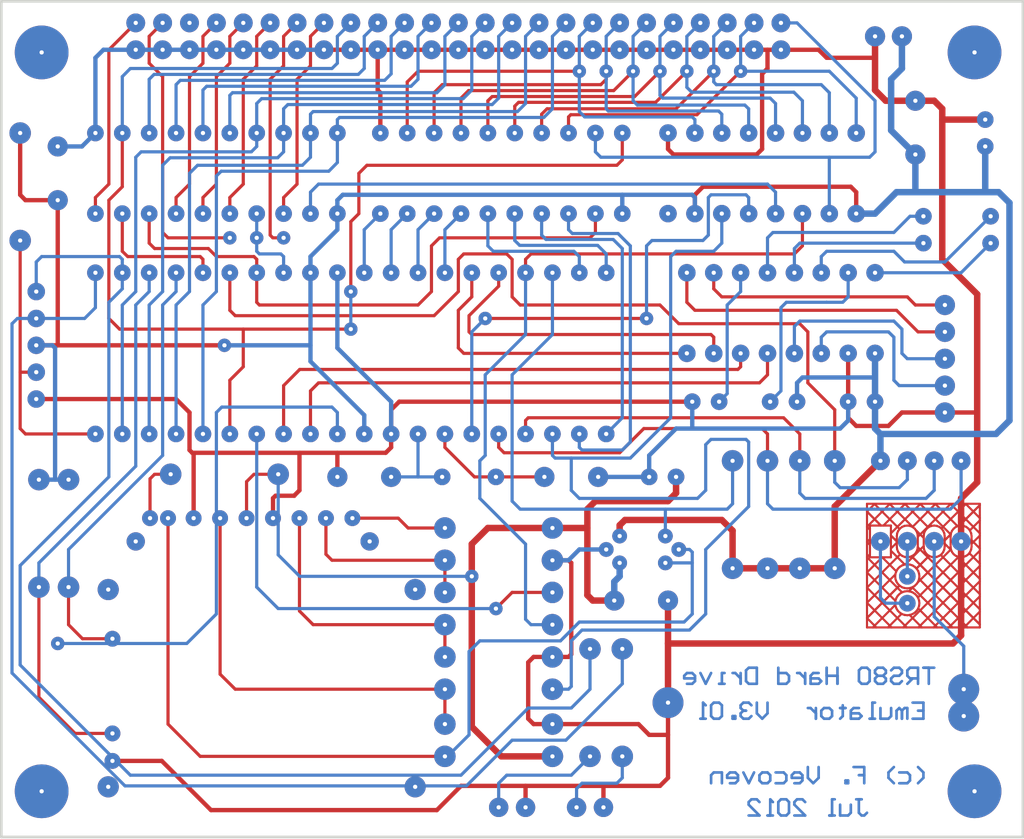
<source format=kicad_pcb>
(kicad_pcb (version 20171130) (host pcbnew "(5.1.9)-1")
  (layers (0 F.Cu signal) (31 B.Cu signal) (34 B.Paste user) (35 F.Paste user) (36 B.SilkS user) (37 F.SilkS user) (38 B.Mask user) (39 F.Mask user) (44 Edge.Cuts user))
  (net 0 "")
  (gr_line (start 102.99 136.465) (end 199.51 136.465) (layer Edge.Cuts) (width 0.25))
  (gr_line (start 199.51 136.465) (end 199.51 57.465) (layer Edge.Cuts) (width 0.25))
  (gr_line (start 102.99 57.465) (end 199.51 57.465) (layer Edge.Cuts) (width 0.25))
  (gr_line (start 102.99 136.465) (end 102.99 57.465) (layer Edge.Cuts) (width 0.25))
  (segment (start 166.74 97.855) (end 182.24 97.855) (width 0.41) (layer B.Cu) (net 0))
  (segment (start 168.27 97.855) (end 168.27 95.315) (width 0.41) (layer B.Cu) (net 0))
  (segment (start 164.2 100.395) (end 166.74 97.855) (width 0.41) (layer B.Cu) (net 0))
  (segment (start 164.2 102.425) (end 164.2 100.395) (width 0.41) (layer B.Cu) (net 0))
  (segment (start 159.38 102.425) (end 164.2 102.425) (width 0.41) (layer B.Cu) (net 0))
  (segment (start 183 97.095) (end 183 95.315) (width 0.41) (layer B.Cu) (net 0))
  (segment (start 178.17 93.535) (end 178.68 93.025) (width 0.41) (layer B.Cu) (net 0))
  (segment (start 178.17 95.315) (end 178.17 93.535) (width 0.41) (layer B.Cu) (net 0))
  (segment (start 135.25 75.755) (end 168.27 75.755) (width 0.41) (layer B.Cu) (net 0))
  (segment (start 134.74 79.055) (end 134.74 76.265) (width 0.41) (layer B.Cu) (net 0))
  (segment (start 132.2 81.595) (end 134.74 79.055) (width 0.41) (layer B.Cu) (net 0))
  (segment (start 132.2 91.505) (end 132.2 81.595) (width 0.41) (layer B.Cu) (net 0))
  (segment (start 161.66 77.535) (end 161.66 75.755) (width 0.41) (layer B.Cu) (net 0))
  (segment (start 124.07 89.985) (end 132.2 89.985) (width 0.41) (layer B.Cu) (net 0))
  (segment (start 132.2 91.505) (end 137.28 96.585) (width 0.41) (layer B.Cu) (net 0))
  (segment (start 137.28 98.365) (end 137.28 96.585) (width 0.41) (layer B.Cu) (net 0))
  (segment (start 182.24 97.855) (end 183 97.095) (width 0.41) (layer B.Cu) (net 0))
  (segment (start 168.52 77.535) (end 168.52 76.015) (width 0.41) (layer B.Cu) (net 0))
  (segment (start 168.27 75.755) (end 168.52 76.015) (width 0.41) (layer B.Cu) (net 0))
  (segment (start 134.74 76.265) (end 135.25 75.755) (width 0.41) (layer B.Cu) (net 0))
  (segment (start 112.64 62.045) (end 133.47 62.045) (width 0.41) (layer B.Cu) (net 0))
  (segment (start 111.88 62.805) (end 112.64 62.045) (width 0.41) (layer B.Cu) (net 0))
  (segment (start 111.88 69.915) (end 111.88 62.805) (width 0.41) (layer B.Cu) (net 0))
  (segment (start 110.61 71.185) (end 111.88 69.915) (width 0.41) (layer B.Cu) (net 0))
  (segment (start 108.32 71.185) (end 110.61 71.185) (width 0.41) (layer B.Cu) (net 0))
  (segment (start 139.82 98.365) (end 139.82 95.315) (width 0.41) (layer B.Cu) (net 0))
  (segment (start 134.74 90.235) (end 134.74 83.125) (width 0.41) (layer B.Cu) (net 0))
  (segment (start 134.74 90.235) (end 139.82 95.315) (width 0.41) (layer B.Cu) (net 0))
  (segment (start 178.68 93.025) (end 185.54 93.025) (width 0.41) (layer B.Cu) (net 0))
  (segment (start 195.95 75.245) (end 196.21 75.505) (width 0.41) (layer B.Cu) (net 0))
  (segment (start 155.06 110.305) (end 156.58 110.305) (width 0.41) (layer B.Cu) (net 0))
  (segment (start 156.58 110.305) (end 157.6 109.285) (width 0.41) (layer B.Cu) (net 0))
  (segment (start 157.6 109.285) (end 160.14 109.285) (width 0.41) (layer B.Cu) (net 0))
  (segment (start 107.81 89.985) (end 108.07 90.235) (width 0.41) (layer B.Cu) (net 0))
  (segment (start 106.54 102.685) (end 109.34 102.685) (width 0.41) (layer B.Cu) (net 0))
  (segment (start 106.29 89.985) (end 107.81 89.985) (width 0.41) (layer B.Cu) (net 0))
  (segment (start 108.07 102.685) (end 108.07 90.235) (width 0.41) (layer B.Cu) (net 0))
  (segment (start 195.95 75.245) (end 195.95 71.185) (width 0.61) (layer B.Cu) (net 0))
  (segment (start 187.06 69.665) (end 189.35 71.945) (width 0.61) (layer B.Cu) (net 0))
  (segment (start 187.06 69.665) (end 187.06 64.835) (width 0.61) (layer B.Cu) (net 0))
  (segment (start 187.06 64.835) (end 188.08 63.815) (width 0.61) (layer B.Cu) (net 0))
  (segment (start 188.08 63.815) (end 188.08 60.775) (width 0.61) (layer B.Cu) (net 0))
  (segment (start 185.54 77.535) (end 187.57 75.505) (width 0.61) (layer B.Cu) (net 0))
  (segment (start 198.24 97.095) (end 198.24 76.515) (width 0.61) (layer B.Cu) (net 0))
  (segment (start 197.22 75.505) (end 198.24 76.515) (width 0.61) (layer B.Cu) (net 0))
  (segment (start 183.76 77.535) (end 185.54 77.535) (width 0.61) (layer B.Cu) (net 0))
  (segment (start 196.97 98.365) (end 198.24 97.095) (width 0.61) (layer B.Cu) (net 0))
  (segment (start 185.54 97.855) (end 185.54 95.315) (width 0.61) (layer B.Cu) (net 0))
  (segment (start 185.54 95.315) (end 185.54 90.745) (width 0.61) (layer B.Cu) (net 0))
  (segment (start 186.05 98.365) (end 196.97 98.365) (width 0.61) (layer B.Cu) (net 0))
  (segment (start 185.54 97.855) (end 186.05 98.365) (width 0.61) (layer B.Cu) (net 0))
  (segment (start 186.05 100.905) (end 186.05 98.365) (width 0.61) (layer B.Cu) (net 0))
  (segment (start 189.35 75.505) (end 189.35 71.945) (width 0.61) (layer B.Cu) (net 0))
  (segment (start 187.57 75.505) (end 197.22 75.505) (width 0.61) (layer B.Cu) (net 0))
  (segment (start 161.41 111.825) (end 161.41 110.555) (width 0.61) (layer B.Cu) (net 0))
  (segment (start 160.9 112.335) (end 161.41 111.825) (width 0.61) (layer B.Cu) (net 0))
  (segment (start 160.9 114.115) (end 160.9 112.335) (width 0.61) (layer B.Cu) (net 0))
  (segment (start 108.32 118.175) (end 120.51 118.175) (width 0.3) (layer B.Cu) (net 0))
  (segment (start 115.18 130.625) (end 146.42 130.625) (width 0.3) (layer B.Cu) (net 0))
  (segment (start 114.67 131.635) (end 146.93 131.635) (width 0.3) (layer B.Cu) (net 0))
  (segment (start 123.82 95.825) (end 134.23 95.825) (width 0.3) (layer B.Cu) (net 0))
  (segment (start 120.51 118.175) (end 123.31 115.385) (width 0.3) (layer B.Cu) (net 0))
  (segment (start 123.31 115.385) (end 123.31 96.335) (width 0.3) (layer B.Cu) (net 0))
  (segment (start 123.31 96.335) (end 123.82 95.825) (width 0.3) (layer B.Cu) (net 0))
  (segment (start 134.23 95.825) (end 134.74 96.335) (width 0.3) (layer B.Cu) (net 0))
  (segment (start 134.74 98.365) (end 134.74 96.335) (width 0.3) (layer B.Cu) (net 0))
  (segment (start 166.23 96.835) (end 166.23 81.595) (width 0.3) (layer B.Cu) (net 0))
  (segment (start 162.42 100.645) (end 166.23 96.835) (width 0.3) (layer B.Cu) (net 0))
  (segment (start 182.24 103.445) (end 187.82 103.445) (width 0.3) (layer B.Cu) (net 0))
  (segment (start 178.93 104.455) (end 190.36 104.455) (width 0.3) (layer B.Cu) (net 0))
  (segment (start 175.89 105.475) (end 192.65 105.475) (width 0.3) (layer B.Cu) (net 0))
  (segment (start 136.01 88.455) (end 136.01 84.905) (width 0.3) (layer B.Cu) (net 0))
  (segment (start 183 85.405) (end 183 83.125) (width 0.3) (layer B.Cu) (net 0))
  (segment (start 182.49 85.915) (end 183 85.405) (width 0.3) (layer B.Cu) (net 0))
  (segment (start 180.97 85.915) (end 182.49 85.915) (width 0.3) (layer B.Cu) (net 0))
  (segment (start 185.54 83.125) (end 193.67 83.125) (width 0.3) (layer B.Cu) (net 0))
  (segment (start 193.67 83.125) (end 196.46 80.325) (width 0.3) (layer B.Cu) (net 0))
  (segment (start 127.12 81.095) (end 127.12 77.535) (width 0.3) (layer B.Cu) (net 0))
  (segment (start 129.66 83.125) (end 129.66 81.595) (width 0.3) (layer B.Cu) (net 0))
  (segment (start 129.4 81.345) (end 129.66 81.595) (width 0.3) (layer B.Cu) (net 0))
  (segment (start 127.37 81.345) (end 129.4 81.345) (width 0.3) (layer B.Cu) (net 0))
  (segment (start 127.12 81.095) (end 127.37 81.345) (width 0.3) (layer B.Cu) (net 0))
  (segment (start 153.03 116.395) (end 155.06 116.395) (width 0.3) (layer B.Cu) (net 0))
  (segment (start 152.52 115.885) (end 153.03 116.395) (width 0.3) (layer B.Cu) (net 0))
  (segment (start 155.06 100.395) (end 155.06 98.105) (width 0.3) (layer B.Cu) (net 0))
  (segment (start 155.06 100.395) (end 155.31 100.645) (width 0.3) (layer B.Cu) (net 0))
  (segment (start 149.47 81.095) (end 157.09 81.095) (width 0.3) (layer B.Cu) (net 0))
  (segment (start 148.96 80.585) (end 148.96 77.535) (width 0.3) (layer B.Cu) (net 0))
  (segment (start 148.96 80.585) (end 149.47 81.095) (width 0.3) (layer B.Cu) (net 0))
  (segment (start 175.89 79.315) (end 187.32 79.315) (width 0.3) (layer B.Cu) (net 0))
  (segment (start 187.32 79.315) (end 188.84 77.785) (width 0.3) (layer B.Cu) (net 0))
  (segment (start 188.84 77.785) (end 190.11 77.785) (width 0.3) (layer B.Cu) (net 0))
  (segment (start 180.97 81.095) (end 187.32 81.095) (width 0.3) (layer B.Cu) (net 0))
  (segment (start 180.46 83.125) (end 180.46 81.595) (width 0.3) (layer B.Cu) (net 0))
  (segment (start 180.46 81.595) (end 180.97 81.095) (width 0.3) (layer B.Cu) (net 0))
  (segment (start 192.14 82.105) (end 196.46 77.785) (width 0.3) (layer B.Cu) (net 0))
  (segment (start 188.33 82.105) (end 192.14 82.105) (width 0.3) (layer B.Cu) (net 0))
  (segment (start 187.32 81.095) (end 188.33 82.105) (width 0.3) (layer B.Cu) (net 0))
  (segment (start 177.92 83.125) (end 177.92 80.835) (width 0.3) (layer B.Cu) (net 0))
  (segment (start 178.43 80.325) (end 190.11 80.325) (width 0.3) (layer B.Cu) (net 0))
  (segment (start 177.92 80.835) (end 178.43 80.325) (width 0.3) (layer B.Cu) (net 0))
  (segment (start 175.38 79.825) (end 175.89 79.315) (width 0.3) (layer B.Cu) (net 0))
  (segment (start 175.38 83.125) (end 175.38 79.825) (width 0.3) (layer B.Cu) (net 0))
  (segment (start 177.92 90.745) (end 177.92 88.205) (width 0.3) (layer B.Cu) (net 0))
  (segment (start 177.92 88.205) (end 178.43 87.695) (width 0.3) (layer B.Cu) (net 0))
  (segment (start 178.43 87.695) (end 187.32 87.695) (width 0.3) (layer B.Cu) (net 0))
  (segment (start 187.32 87.695) (end 188.08 88.455) (width 0.3) (layer B.Cu) (net 0))
  (segment (start 188.08 90.745) (end 188.08 88.455) (width 0.3) (layer B.Cu) (net 0))
  (segment (start 188.08 90.745) (end 188.59 91.255) (width 0.3) (layer B.Cu) (net 0))
  (segment (start 188.59 91.255) (end 192.14 91.255) (width 0.3) (layer B.Cu) (net 0))
  (segment (start 180.46 89.215) (end 180.97 88.715) (width 0.3) (layer B.Cu) (net 0))
  (segment (start 187.82 93.795) (end 192.14 93.795) (width 0.3) (layer B.Cu) (net 0))
  (segment (start 187.32 93.285) (end 187.82 93.795) (width 0.3) (layer B.Cu) (net 0))
  (segment (start 187.32 93.285) (end 187.32 89.215) (width 0.3) (layer B.Cu) (net 0))
  (segment (start 186.81 88.715) (end 187.32 89.215) (width 0.3) (layer B.Cu) (net 0))
  (segment (start 180.97 88.715) (end 186.81 88.715) (width 0.3) (layer B.Cu) (net 0))
  (segment (start 180.46 90.745) (end 180.46 89.215) (width 0.3) (layer B.Cu) (net 0))
  (segment (start 163.95 87.445) (end 163.95 80.585) (width 0.3) (layer B.Cu) (net 0))
  (segment (start 163.95 80.585) (end 164.46 80.075) (width 0.3) (layer B.Cu) (net 0))
  (segment (start 164.46 80.075) (end 169.28 80.075) (width 0.3) (layer B.Cu) (net 0))
  (segment (start 169.28 80.075) (end 169.79 79.565) (width 0.3) (layer B.Cu) (net 0))
  (segment (start 169.79 79.565) (end 169.79 76.015) (width 0.3) (layer B.Cu) (net 0))
  (segment (start 169.79 76.015) (end 170.04 75.755) (width 0.3) (layer B.Cu) (net 0))
  (segment (start 170.04 75.755) (end 173.35 75.755) (width 0.3) (layer B.Cu) (net 0))
  (segment (start 173.35 75.755) (end 173.6 76.015) (width 0.3) (layer B.Cu) (net 0))
  (segment (start 173.6 77.535) (end 173.6 76.015) (width 0.3) (layer B.Cu) (net 0))
  (segment (start 171.06 80.325) (end 171.06 77.535) (width 0.3) (layer B.Cu) (net 0))
  (segment (start 166.23 81.595) (end 166.74 81.095) (width 0.3) (layer B.Cu) (net 0))
  (segment (start 166.74 81.095) (end 170.3 81.095) (width 0.3) (layer B.Cu) (net 0))
  (segment (start 170.3 81.095) (end 171.06 80.325) (width 0.3) (layer B.Cu) (net 0))
  (segment (start 176.14 77.535) (end 176.14 75.505) (width 0.3) (layer B.Cu) (net 0))
  (segment (start 175.38 74.745) (end 176.14 75.505) (width 0.3) (layer B.Cu) (net 0))
  (segment (start 132.96 74.745) (end 175.38 74.745) (width 0.3) (layer B.Cu) (net 0))
  (segment (start 132.2 75.505) (end 132.96 74.745) (width 0.3) (layer B.Cu) (net 0))
  (segment (start 132.2 77.535) (end 132.2 75.505) (width 0.3) (layer B.Cu) (net 0))
  (segment (start 123.31 84.905) (end 123.31 73.975) (width 0.3) (layer B.Cu) (net 0))
  (segment (start 133.93 73.525) (end 134.74 72.705) (width 0.3) (layer B.Cu) (net 0))
  (segment (start 123.77 73.525) (end 133.93 73.525) (width 0.3) (layer B.Cu) (net 0))
  (segment (start 123.31 73.975) (end 123.77 73.525) (width 0.3) (layer B.Cu) (net 0))
  (segment (start 132.2 72.205) (end 132.2 68.135) (width 0.3) (layer B.Cu) (net 0))
  (segment (start 120.77 84.905) (end 120.77 73.725) (width 0.3) (layer B.Cu) (net 0))
  (segment (start 131.44 72.965) (end 132.2 72.205) (width 0.3) (layer B.Cu) (net 0))
  (segment (start 121.53 72.965) (end 131.44 72.965) (width 0.3) (layer B.Cu) (net 0))
  (segment (start 120.77 73.725) (end 121.53 72.965) (width 0.3) (layer B.Cu) (net 0))
  (segment (start 129.66 71.695) (end 129.66 67.625) (width 0.3) (layer B.Cu) (net 0))
  (segment (start 118.23 84.905) (end 118.23 72.965) (width 0.3) (layer B.Cu) (net 0))
  (segment (start 129.1 72.255) (end 129.66 71.695) (width 0.3) (layer B.Cu) (net 0))
  (segment (start 118.94 72.255) (end 129.1 72.255) (width 0.3) (layer B.Cu) (net 0))
  (segment (start 118.23 72.965) (end 118.94 72.255) (width 0.3) (layer B.Cu) (net 0))
  (segment (start 127.12 71.185) (end 127.12 67.125) (width 0.3) (layer B.Cu) (net 0))
  (segment (start 115.69 84.905) (end 115.69 72.205) (width 0.3) (layer B.Cu) (net 0))
  (segment (start 126.61 71.695) (end 127.12 71.185) (width 0.3) (layer B.Cu) (net 0))
  (segment (start 116.2 71.695) (end 126.61 71.695) (width 0.3) (layer B.Cu) (net 0))
  (segment (start 115.69 72.205) (end 116.2 71.695) (width 0.3) (layer B.Cu) (net 0))
  (segment (start 162.42 99.125) (end 162.42 80.585) (width 0.3) (layer B.Cu) (net 0))
  (segment (start 156.58 79.055) (end 156.58 77.535) (width 0.3) (layer B.Cu) (net 0))
  (segment (start 161.26 79.415) (end 162.42 80.585) (width 0.3) (layer B.Cu) (net 0))
  (segment (start 156.94 79.415) (end 161.26 79.415) (width 0.3) (layer B.Cu) (net 0))
  (segment (start 156.58 79.055) (end 156.94 79.415) (width 0.3) (layer B.Cu) (net 0))
  (segment (start 161.66 96.835) (end 161.66 80.835) (width 0.3) (layer B.Cu) (net 0))
  (segment (start 160.8 79.975) (end 161.66 80.835) (width 0.3) (layer B.Cu) (net 0))
  (segment (start 154.45 79.975) (end 160.8 79.975) (width 0.3) (layer B.Cu) (net 0))
  (segment (start 154.04 79.565) (end 154.45 79.975) (width 0.3) (layer B.Cu) (net 0))
  (segment (start 154.04 79.565) (end 154.04 77.535) (width 0.3) (layer B.Cu) (net 0))
  (segment (start 160.14 83.125) (end 160.14 81.345) (width 0.3) (layer B.Cu) (net 0))
  (segment (start 159.33 80.535) (end 160.14 81.345) (width 0.3) (layer B.Cu) (net 0))
  (segment (start 151.96 80.535) (end 159.33 80.535) (width 0.3) (layer B.Cu) (net 0))
  (segment (start 151.5 80.075) (end 151.96 80.535) (width 0.3) (layer B.Cu) (net 0))
  (segment (start 151.5 80.075) (end 151.5 77.535) (width 0.3) (layer B.Cu) (net 0))
  (segment (start 157.6 83.125) (end 157.6 81.595) (width 0.3) (layer B.Cu) (net 0))
  (segment (start 157.09 81.095) (end 157.6 81.595) (width 0.3) (layer B.Cu) (net 0))
  (segment (start 161.66 99.885) (end 162.42 99.125) (width 0.3) (layer B.Cu) (net 0))
  (segment (start 160.14 98.365) (end 161.66 96.835) (width 0.3) (layer B.Cu) (net 0))
  (segment (start 157.85 99.885) (end 161.66 99.885) (width 0.3) (layer B.Cu) (net 0))
  (segment (start 157.6 99.635) (end 157.85 99.885) (width 0.3) (layer B.Cu) (net 0))
  (segment (start 157.6 99.635) (end 157.6 98.365) (width 0.3) (layer B.Cu) (net 0))
  (segment (start 144.9 79.055) (end 146.42 77.535) (width 0.3) (layer B.Cu) (net 0))
  (segment (start 144.9 83.125) (end 144.9 79.055) (width 0.3) (layer B.Cu) (net 0))
  (segment (start 142.36 79.055) (end 143.88 77.535) (width 0.3) (layer B.Cu) (net 0))
  (segment (start 142.36 83.125) (end 142.36 79.055) (width 0.3) (layer B.Cu) (net 0))
  (segment (start 139.82 79.055) (end 141.34 77.535) (width 0.3) (layer B.Cu) (net 0))
  (segment (start 139.82 83.125) (end 139.82 79.055) (width 0.3) (layer B.Cu) (net 0))
  (segment (start 137.28 79.055) (end 138.8 77.535) (width 0.3) (layer B.Cu) (net 0))
  (segment (start 137.28 83.125) (end 137.28 79.055) (width 0.3) (layer B.Cu) (net 0))
  (segment (start 178.17 59.505) (end 185.54 66.865) (width 0.3) (layer B.Cu) (net 0))
  (segment (start 176.65 59.505) (end 178.17 59.505) (width 0.3) (layer B.Cu) (net 0))
  (segment (start 183.76 69.915) (end 183.76 66.615) (width 0.3) (layer B.Cu) (net 0))
  (segment (start 181.22 64.075) (end 183.76 66.615) (width 0.3) (layer B.Cu) (net 0))
  (segment (start 172.84 64.075) (end 181.22 64.075) (width 0.3) (layer B.Cu) (net 0))
  (segment (start 172.84 60.775) (end 174.11 59.505) (width 0.3) (layer B.Cu) (net 0))
  (segment (start 172.84 64.075) (end 172.84 60.775) (width 0.3) (layer B.Cu) (net 0))
  (segment (start 170.3 65.085) (end 170.3 60.775) (width 0.3) (layer B.Cu) (net 0))
  (segment (start 181.22 69.915) (end 181.22 66.105) (width 0.3) (layer B.Cu) (net 0))
  (segment (start 180.46 65.345) (end 181.22 66.105) (width 0.3) (layer B.Cu) (net 0))
  (segment (start 170.55 65.345) (end 180.46 65.345) (width 0.3) (layer B.Cu) (net 0))
  (segment (start 170.3 65.085) (end 170.55 65.345) (width 0.3) (layer B.Cu) (net 0))
  (segment (start 170.3 60.775) (end 171.57 59.505) (width 0.3) (layer B.Cu) (net 0))
  (segment (start 167.76 65.595) (end 167.76 60.775) (width 0.3) (layer B.Cu) (net 0))
  (segment (start 178.68 69.915) (end 178.68 66.865) (width 0.3) (layer B.Cu) (net 0))
  (segment (start 177.87 66.055) (end 178.68 66.865) (width 0.3) (layer B.Cu) (net 0))
  (segment (start 168.22 66.055) (end 177.87 66.055) (width 0.3) (layer B.Cu) (net 0))
  (segment (start 167.76 65.595) (end 168.22 66.055) (width 0.3) (layer B.Cu) (net 0))
  (segment (start 165.22 66.355) (end 165.22 60.775) (width 0.3) (layer B.Cu) (net 0))
  (segment (start 176.14 69.915) (end 176.14 67.125) (width 0.3) (layer B.Cu) (net 0))
  (segment (start 175.63 66.615) (end 176.14 67.125) (width 0.3) (layer B.Cu) (net 0))
  (segment (start 165.47 66.615) (end 175.63 66.615) (width 0.3) (layer B.Cu) (net 0))
  (segment (start 165.22 66.355) (end 165.47 66.615) (width 0.3) (layer B.Cu) (net 0))
  (segment (start 162.68 66.865) (end 162.68 60.775) (width 0.3) (layer B.Cu) (net 0))
  (segment (start 173.6 69.915) (end 173.6 67.625) (width 0.3) (layer B.Cu) (net 0))
  (segment (start 173.24 67.275) (end 173.6 67.625) (width 0.3) (layer B.Cu) (net 0))
  (segment (start 163.08 67.275) (end 173.24 67.275) (width 0.3) (layer B.Cu) (net 0))
  (segment (start 162.68 66.865) (end 163.08 67.275) (width 0.3) (layer B.Cu) (net 0))
  (segment (start 160.14 67.625) (end 160.14 60.775) (width 0.3) (layer B.Cu) (net 0))
  (segment (start 171.06 69.915) (end 171.06 68.135) (width 0.3) (layer B.Cu) (net 0))
  (segment (start 170.76 67.835) (end 171.06 68.135) (width 0.3) (layer B.Cu) (net 0))
  (segment (start 160.34 67.835) (end 170.76 67.835) (width 0.3) (layer B.Cu) (net 0))
  (segment (start 160.14 67.625) (end 160.34 67.835) (width 0.3) (layer B.Cu) (net 0))
  (segment (start 158.11 68.395) (end 168.27 68.395) (width 0.3) (layer B.Cu) (net 0))
  (segment (start 168.52 69.915) (end 168.52 68.645) (width 0.3) (layer B.Cu) (net 0))
  (segment (start 157.6 67.885) (end 157.6 60.775) (width 0.3) (layer B.Cu) (net 0))
  (segment (start 168.27 68.395) (end 168.52 68.645) (width 0.3) (layer B.Cu) (net 0))
  (segment (start 157.6 67.885) (end 158.11 68.395) (width 0.3) (layer B.Cu) (net 0))
  (segment (start 167.76 60.775) (end 169.03 59.505) (width 0.3) (layer B.Cu) (net 0))
  (segment (start 165.22 60.775) (end 166.49 59.505) (width 0.3) (layer B.Cu) (net 0))
  (segment (start 162.68 60.775) (end 163.95 59.505) (width 0.3) (layer B.Cu) (net 0))
  (segment (start 160.14 60.775) (end 161.41 59.505) (width 0.3) (layer B.Cu) (net 0))
  (segment (start 157.6 60.775) (end 158.87 59.505) (width 0.3) (layer B.Cu) (net 0))
  (segment (start 155.06 60.775) (end 156.33 59.505) (width 0.3) (layer B.Cu) (net 0))
  (segment (start 155.06 67.625) (end 155.06 60.775) (width 0.3) (layer B.Cu) (net 0))
  (segment (start 154.25 68.445) (end 155.06 67.625) (width 0.3) (layer B.Cu) (net 0))
  (segment (start 152.52 60.775) (end 153.79 59.505) (width 0.3) (layer B.Cu) (net 0))
  (segment (start 152.52 67.125) (end 152.52 60.775) (width 0.3) (layer B.Cu) (net 0))
  (segment (start 151.76 67.885) (end 152.52 67.125) (width 0.3) (layer B.Cu) (net 0))
  (segment (start 132.45 67.885) (end 151.76 67.885) (width 0.3) (layer B.Cu) (net 0))
  (segment (start 132.2 68.135) (end 132.45 67.885) (width 0.3) (layer B.Cu) (net 0))
  (segment (start 149.98 60.775) (end 151.25 59.505) (width 0.3) (layer B.Cu) (net 0))
  (segment (start 149.98 66.615) (end 149.98 60.775) (width 0.3) (layer B.Cu) (net 0))
  (segment (start 149.37 67.225) (end 149.98 66.615) (width 0.3) (layer B.Cu) (net 0))
  (segment (start 130.06 67.225) (end 149.37 67.225) (width 0.3) (layer B.Cu) (net 0))
  (segment (start 129.66 67.625) (end 130.06 67.225) (width 0.3) (layer B.Cu) (net 0))
  (segment (start 147.44 60.775) (end 148.71 59.505) (width 0.3) (layer B.Cu) (net 0))
  (segment (start 147.44 65.855) (end 147.44 60.775) (width 0.3) (layer B.Cu) (net 0))
  (segment (start 146.63 66.665) (end 147.44 65.855) (width 0.3) (layer B.Cu) (net 0))
  (segment (start 127.58 66.665) (end 146.63 66.665) (width 0.3) (layer B.Cu) (net 0))
  (segment (start 127.12 67.125) (end 127.58 66.665) (width 0.3) (layer B.Cu) (net 0))
  (segment (start 144.9 60.775) (end 146.17 59.505) (width 0.3) (layer B.Cu) (net 0))
  (segment (start 144.9 65.345) (end 144.9 60.775) (width 0.3) (layer B.Cu) (net 0))
  (segment (start 144.14 66.105) (end 144.9 65.345) (width 0.3) (layer B.Cu) (net 0))
  (segment (start 124.83 66.105) (end 144.14 66.105) (width 0.3) (layer B.Cu) (net 0))
  (segment (start 124.58 66.355) (end 124.83 66.105) (width 0.3) (layer B.Cu) (net 0))
  (segment (start 124.58 69.915) (end 124.58 66.355) (width 0.3) (layer B.Cu) (net 0))
  (segment (start 142.36 60.775) (end 143.63 59.505) (width 0.3) (layer B.Cu) (net 0))
  (segment (start 142.36 64.835) (end 142.36 60.775) (width 0.3) (layer B.Cu) (net 0))
  (segment (start 141.7 65.495) (end 142.36 64.835) (width 0.3) (layer B.Cu) (net 0))
  (segment (start 122.39 65.495) (end 141.7 65.495) (width 0.3) (layer B.Cu) (net 0))
  (segment (start 122.04 65.855) (end 122.39 65.495) (width 0.3) (layer B.Cu) (net 0))
  (segment (start 122.04 69.915) (end 122.04 65.855) (width 0.3) (layer B.Cu) (net 0))
  (segment (start 139.82 60.775) (end 141.09 59.505) (width 0.3) (layer B.Cu) (net 0))
  (segment (start 139.82 64.325) (end 139.82 60.775) (width 0.3) (layer B.Cu) (net 0))
  (segment (start 139.21 64.935) (end 139.82 64.325) (width 0.3) (layer B.Cu) (net 0))
  (segment (start 119.9 64.935) (end 139.21 64.935) (width 0.3) (layer B.Cu) (net 0))
  (segment (start 119.5 65.345) (end 119.9 64.935) (width 0.3) (layer B.Cu) (net 0))
  (segment (start 119.5 69.915) (end 119.5 65.345) (width 0.3) (layer B.Cu) (net 0))
  (segment (start 137.28 60.775) (end 138.55 59.505) (width 0.3) (layer B.Cu) (net 0))
  (segment (start 137.28 63.815) (end 137.28 60.775) (width 0.3) (layer B.Cu) (net 0))
  (segment (start 136.72 64.375) (end 137.28 63.815) (width 0.3) (layer B.Cu) (net 0))
  (segment (start 117.42 64.375) (end 136.72 64.375) (width 0.3) (layer B.Cu) (net 0))
  (segment (start 116.96 64.835) (end 117.42 64.375) (width 0.3) (layer B.Cu) (net 0))
  (segment (start 116.96 69.915) (end 116.96 64.835) (width 0.3) (layer B.Cu) (net 0))
  (segment (start 114.42 69.915) (end 114.42 64.585) (width 0.3) (layer B.Cu) (net 0))
  (segment (start 114.42 64.585) (end 115.18 63.815) (width 0.3) (layer B.Cu) (net 0))
  (segment (start 115.18 63.815) (end 134.23 63.815) (width 0.3) (layer B.Cu) (net 0))
  (segment (start 134.23 63.815) (end 134.74 63.315) (width 0.3) (layer B.Cu) (net 0))
  (segment (start 134.74 63.315) (end 134.74 60.775) (width 0.3) (layer B.Cu) (net 0))
  (segment (start 134.74 60.775) (end 136.01 59.505) (width 0.3) (layer B.Cu) (net 0))
  (segment (start 129.15 114.875) (end 149.72 114.875) (width 0.3) (layer B.Cu) (net 0))
  (segment (start 131.18 111.825) (end 147.44 111.825) (width 0.3) (layer B.Cu) (net 0))
  (segment (start 127.12 112.845) (end 127.12 98.365) (width 0.3) (layer B.Cu) (net 0))
  (segment (start 127.12 112.845) (end 129.15 114.875) (width 0.3) (layer B.Cu) (net 0))
  (segment (start 152.77 124.275) (end 156.84 124.275) (width 0.3) (layer B.Cu) (net 0))
  (segment (start 146.42 130.625) (end 152.77 124.275) (width 0.3) (layer B.Cu) (net 0))
  (segment (start 151.25 127.315) (end 156.33 127.315) (width 0.3) (layer B.Cu) (net 0))
  (segment (start 146.93 131.635) (end 151.25 127.315) (width 0.3) (layer B.Cu) (net 0))
  (segment (start 158.61 122.495) (end 158.61 118.685) (width 0.3) (layer B.Cu) (net 0))
  (segment (start 156.84 124.275) (end 158.61 122.495) (width 0.3) (layer B.Cu) (net 0))
  (segment (start 156.33 127.315) (end 161.66 121.985) (width 0.3) (layer B.Cu) (net 0))
  (segment (start 161.66 121.985) (end 161.66 118.685) (width 0.3) (layer B.Cu) (net 0))
  (segment (start 172.84 84.905) (end 172.84 83.125) (width 0.3) (layer B.Cu) (net 0))
  (segment (start 171.57 86.175) (end 172.84 84.905) (width 0.3) (layer B.Cu) (net 0))
  (segment (start 171.57 94.555) (end 171.57 86.175) (width 0.3) (layer B.Cu) (net 0))
  (segment (start 170.81 95.315) (end 171.57 94.555) (width 0.3) (layer B.Cu) (net 0))
  (segment (start 175.63 95.315) (end 176.65 94.295) (width 0.3) (layer B.Cu) (net 0))
  (segment (start 139.82 102.425) (end 144.64 102.425) (width 0.3) (layer B.Cu) (net 0))
  (segment (start 142.36 102.425) (end 142.36 98.365) (width 0.3) (layer B.Cu) (net 0))
  (segment (start 122.04 98.365) (end 122.04 86.175) (width 0.3) (layer B.Cu) (net 0))
  (segment (start 122.04 86.175) (end 123.31 84.905) (width 0.3) (layer B.Cu) (net 0))
  (segment (start 119.5 98.365) (end 119.5 86.175) (width 0.3) (layer B.Cu) (net 0))
  (segment (start 119.5 86.175) (end 120.77 84.905) (width 0.3) (layer B.Cu) (net 0))
  (segment (start 116.96 98.365) (end 116.96 86.175) (width 0.3) (layer B.Cu) (net 0))
  (segment (start 116.96 86.175) (end 118.23 84.905) (width 0.3) (layer B.Cu) (net 0))
  (segment (start 114.42 98.365) (end 114.42 86.175) (width 0.3) (layer B.Cu) (net 0))
  (segment (start 114.42 86.175) (end 115.69 84.905) (width 0.3) (layer B.Cu) (net 0))
  (segment (start 106.29 84.905) (end 106.29 82.105) (width 0.3) (layer B.Cu) (net 0))
  (segment (start 106.29 82.105) (end 106.8 81.595) (width 0.3) (layer B.Cu) (net 0))
  (segment (start 114.16 81.595) (end 114.42 81.855) (width 0.3) (layer B.Cu) (net 0))
  (segment (start 106.8 81.595) (end 114.16 81.595) (width 0.3) (layer B.Cu) (net 0))
  (segment (start 110.86 87.445) (end 111.88 86.425) (width 0.3) (layer B.Cu) (net 0))
  (segment (start 111.88 86.425) (end 111.88 83.125) (width 0.3) (layer B.Cu) (net 0))
  (segment (start 152.52 88.965) (end 152.52 83.125) (width 0.3) (layer B.Cu) (net 0))
  (segment (start 188.59 111.825) (end 188.59 108.525) (width 0.3) (layer B.Cu) (net 0))
  (segment (start 188.59 102.685) (end 188.59 100.905) (width 0.3) (layer B.Cu) (net 0))
  (segment (start 187.82 103.445) (end 188.59 102.685) (width 0.3) (layer B.Cu) (net 0))
  (segment (start 181.73 102.935) (end 182.24 103.445) (width 0.3) (layer B.Cu) (net 0))
  (segment (start 181.73 102.935) (end 181.73 100.905) (width 0.3) (layer B.Cu) (net 0))
  (segment (start 178.43 103.955) (end 178.43 100.905) (width 0.3) (layer B.Cu) (net 0))
  (segment (start 178.43 103.955) (end 178.93 104.455) (width 0.3) (layer B.Cu) (net 0))
  (segment (start 190.36 104.455) (end 191.13 103.695) (width 0.3) (layer B.Cu) (net 0))
  (segment (start 191.13 103.695) (end 191.13 100.905) (width 0.3) (layer B.Cu) (net 0))
  (segment (start 175.38 104.965) (end 175.38 100.905) (width 0.3) (layer B.Cu) (net 0))
  (segment (start 175.38 104.965) (end 175.89 105.475) (width 0.3) (layer B.Cu) (net 0))
  (segment (start 192.65 105.475) (end 193.67 104.455) (width 0.3) (layer B.Cu) (net 0))
  (segment (start 193.67 104.455) (end 193.67 100.905) (width 0.3) (layer B.Cu) (net 0))
  (segment (start 180.96 85.915) (end 180.97 85.915) (width 0.3) (layer B.Cu) (net 0))
  (segment (start 177.16 85.915) (end 180.96 85.915) (width 0.3) (layer B.Cu) (net 0))
  (segment (start 176.65 86.425) (end 177.16 85.915) (width 0.3) (layer B.Cu) (net 0))
  (segment (start 176.65 94.295) (end 176.65 86.425) (width 0.3) (layer B.Cu) (net 0))
  (segment (start 156.84 130.625) (end 158.61 128.845) (width 0.3) (layer B.Cu) (net 0))
  (segment (start 113.15 85.915) (end 114.42 84.645) (width 0.3) (layer B.Cu) (net 0))
  (segment (start 157.34 131.895) (end 157.85 131.385) (width 0.3) (layer B.Cu) (net 0))
  (segment (start 157.34 133.665) (end 157.34 131.895) (width 0.3) (layer B.Cu) (net 0))
  (segment (start 186.55 114.365) (end 188.59 114.365) (width 0.3) (layer B.Cu) (net 0))
  (segment (start 186.05 113.855) (end 186.55 114.365) (width 0.3) (layer B.Cu) (net 0))
  (segment (start 186.05 113.855) (end 186.05 108.525) (width 0.3) (layer B.Cu) (net 0))
  (segment (start 116.96 84.905) (end 116.96 83.125) (width 0.3) (layer B.Cu) (net 0))
  (segment (start 115.69 86.175) (end 116.96 84.905) (width 0.3) (layer B.Cu) (net 0))
  (segment (start 118.23 86.175) (end 119.5 84.905) (width 0.3) (layer B.Cu) (net 0))
  (segment (start 119.5 84.905) (end 119.5 83.125) (width 0.3) (layer B.Cu) (net 0))
  (segment (start 109.34 112.845) (end 109.34 109.285) (width 0.3) (layer B.Cu) (net 0))
  (segment (start 109.34 109.285) (end 118.23 100.395) (width 0.3) (layer B.Cu) (net 0))
  (segment (start 118.23 100.395) (end 118.23 86.175) (width 0.3) (layer B.Cu) (net 0))
  (segment (start 106.54 112.845) (end 106.54 110.555) (width 0.3) (layer B.Cu) (net 0))
  (segment (start 106.54 110.555) (end 115.69 101.415) (width 0.3) (layer B.Cu) (net 0))
  (segment (start 115.69 101.415) (end 115.69 86.175) (width 0.3) (layer B.Cu) (net 0))
  (segment (start 104.77 110.805) (end 113.15 102.425) (width 0.3) (layer B.Cu) (net 0))
  (segment (start 113.15 102.425) (end 113.15 85.915) (width 0.3) (layer B.Cu) (net 0))
  (segment (start 147.44 88.715) (end 148.71 87.445) (width 0.3) (layer B.Cu) (net 0))
  (segment (start 147.44 98.365) (end 147.44 88.715) (width 0.3) (layer B.Cu) (net 0))
  (segment (start 129.15 109.795) (end 129.15 102.175) (width 0.3) (layer B.Cu) (net 0))
  (segment (start 129.15 109.795) (end 131.18 111.825) (width 0.3) (layer B.Cu) (net 0))
  (segment (start 185.54 71.695) (end 185.54 66.865) (width 0.3) (layer B.Cu) (net 0))
  (segment (start 185.03 72.205) (end 185.54 71.695) (width 0.3) (layer B.Cu) (net 0))
  (segment (start 159.12 71.695) (end 159.63 72.205) (width 0.3) (layer B.Cu) (net 0))
  (segment (start 159.12 71.695) (end 159.12 69.915) (width 0.3) (layer B.Cu) (net 0))
  (segment (start 181.22 77.535) (end 181.22 72.205) (width 0.3) (layer B.Cu) (net 0))
  (segment (start 159.63 72.205) (end 185.03 72.205) (width 0.3) (layer B.Cu) (net 0))
  (segment (start 148.71 100.395) (end 148.71 92.775) (width 0.3) (layer B.Cu) (net 0))
  (segment (start 148.2 100.905) (end 148.71 100.395) (width 0.3) (layer B.Cu) (net 0))
  (segment (start 148.71 92.775) (end 152.52 88.965) (width 0.3) (layer B.Cu) (net 0))
  (segment (start 155.06 88.965) (end 155.06 83.125) (width 0.3) (layer B.Cu) (net 0))
  (segment (start 151.25 92.775) (end 155.06 88.965) (width 0.3) (layer B.Cu) (net 0))
  (segment (start 191.13 115.635) (end 191.13 108.525) (width 0.3) (layer B.Cu) (net 0))
  (segment (start 191.13 115.635) (end 193.92 118.425) (width 0.3) (layer B.Cu) (net 0))
  (segment (start 193.92 125.035) (end 193.92 118.425) (width 0.3) (layer B.Cu) (net 0))
  (segment (start 144.9 128.845) (end 145.15 128.845) (width 0.3) (layer B.Cu) (net 0))
  (segment (start 145.15 128.845) (end 147.18 126.815) (width 0.3) (layer B.Cu) (net 0))
  (segment (start 147.18 126.815) (end 147.18 118.935) (width 0.3) (layer B.Cu) (net 0))
  (segment (start 147.18 118.935) (end 148.2 117.925) (width 0.3) (layer B.Cu) (net 0))
  (segment (start 168.01 109.285) (end 168.27 109.535) (width 0.3) (layer B.Cu) (net 0))
  (segment (start 167 109.285) (end 168.01 109.285) (width 0.3) (layer B.Cu) (net 0))
  (segment (start 149.98 131.385) (end 150.74 130.625) (width 0.3) (layer B.Cu) (net 0))
  (segment (start 149.98 133.665) (end 149.98 131.385) (width 0.3) (layer B.Cu) (net 0))
  (segment (start 150.74 130.625) (end 156.84 130.625) (width 0.3) (layer B.Cu) (net 0))
  (segment (start 161.15 131.385) (end 161.66 130.875) (width 0.3) (layer B.Cu) (net 0))
  (segment (start 157.85 131.385) (end 161.15 131.385) (width 0.3) (layer B.Cu) (net 0))
  (segment (start 161.66 130.875) (end 161.66 128.845) (width 0.3) (layer B.Cu) (net 0))
  (segment (start 151.25 104.715) (end 152.01 105.475) (width 0.3) (layer B.Cu) (net 0))
  (segment (start 171.57 105.475) (end 172.08 104.965) (width 0.3) (layer B.Cu) (net 0))
  (segment (start 151.25 104.715) (end 151.25 92.775) (width 0.3) (layer B.Cu) (net 0))
  (segment (start 172.08 104.965) (end 172.08 100.905) (width 0.3) (layer B.Cu) (net 0))
  (segment (start 156.84 103.695) (end 157.6 104.455) (width 0.3) (layer B.Cu) (net 0))
  (segment (start 157.6 104.455) (end 168.77 104.455) (width 0.3) (layer B.Cu) (net 0))
  (segment (start 168.77 104.455) (end 169.54 103.695) (width 0.3) (layer B.Cu) (net 0))
  (segment (start 169.54 103.695) (end 169.54 99.375) (width 0.3) (layer B.Cu) (net 0))
  (segment (start 169.54 99.375) (end 170.04 98.875) (width 0.3) (layer B.Cu) (net 0))
  (segment (start 170.04 98.875) (end 173.35 98.875) (width 0.3) (layer B.Cu) (net 0))
  (segment (start 173.35 98.875) (end 173.6 99.125) (width 0.3) (layer B.Cu) (net 0))
  (segment (start 173.6 105.225) (end 173.6 99.125) (width 0.3) (layer B.Cu) (net 0))
  (segment (start 169.54 109.285) (end 173.6 105.225) (width 0.3) (layer B.Cu) (net 0))
  (segment (start 148.2 104.455) (end 152.52 108.775) (width 0.3) (layer B.Cu) (net 0))
  (segment (start 148.2 104.455) (end 148.2 100.905) (width 0.3) (layer B.Cu) (net 0))
  (segment (start 152.52 115.885) (end 152.52 108.775) (width 0.3) (layer B.Cu) (net 0))
  (segment (start 157.6 116.145) (end 167.5 116.145) (width 0.3) (layer B.Cu) (net 0))
  (segment (start 167.5 116.145) (end 168.27 115.385) (width 0.3) (layer B.Cu) (net 0))
  (segment (start 155.82 117.925) (end 157.6 116.145) (width 0.3) (layer B.Cu) (net 0))
  (segment (start 165.73 110.555) (end 168.27 110.555) (width 0.3) (layer B.Cu) (net 0))
  (segment (start 148.2 117.925) (end 155.82 117.925) (width 0.3) (layer B.Cu) (net 0))
  (segment (start 168.27 115.385) (end 168.27 109.535) (width 0.3) (layer B.Cu) (net 0))
  (segment (start 155.06 122.495) (end 156.58 122.495) (width 0.3) (layer B.Cu) (net 0))
  (segment (start 156.58 122.495) (end 156.84 122.235) (width 0.3) (layer B.Cu) (net 0))
  (segment (start 156.84 122.235) (end 156.84 117.925) (width 0.3) (layer B.Cu) (net 0))
  (segment (start 156.84 117.925) (end 157.85 116.905) (width 0.3) (layer B.Cu) (net 0))
  (segment (start 157.85 116.905) (end 168.01 116.905) (width 0.3) (layer B.Cu) (net 0))
  (segment (start 156.84 103.695) (end 156.84 100.645) (width 0.3) (layer B.Cu) (net 0))
  (segment (start 168.01 116.905) (end 169.54 115.385) (width 0.3) (layer B.Cu) (net 0))
  (segment (start 155.31 100.645) (end 162.42 100.645) (width 0.3) (layer B.Cu) (net 0))
  (segment (start 169.54 115.385) (end 169.54 109.285) (width 0.3) (layer B.Cu) (net 0))
  (segment (start 165.73 108.015) (end 165.73 105.475) (width 0.3) (layer B.Cu) (net 0))
  (segment (start 152.01 105.475) (end 171.57 105.475) (width 0.3) (layer B.Cu) (net 0))
  (segment (start 104.77 120.205) (end 104.77 110.805) (width 0.3) (layer B.Cu) (net 0))
  (segment (start 104.77 120.205) (end 115.18 130.625) (width 0.3) (layer B.Cu) (net 0))
  (segment (start 114.42 84.645) (end 114.42 81.855) (width 0.3) (layer B.Cu) (net 0))
  (segment (start 104 120.965) (end 114.67 131.635) (width 0.3) (layer B.Cu) (net 0))
  (segment (start 104 87.945) (end 104.51 87.445) (width 0.3) (layer B.Cu) (net 0))
  (segment (start 104 120.965) (end 104 87.945) (width 0.3) (layer B.Cu) (net 0))
  (segment (start 104.51 87.445) (end 110.86 87.445) (width 0.3) (layer B.Cu) (net 0))
  (segment (start 134.74 68.645) (end 134.94 68.445) (width 0.3) (layer B.Cu) (net 0))
  (segment (start 134.74 72.705) (end 134.74 68.645) (width 0.3) (layer B.Cu) (net 0))
  (segment (start 134.94 68.445) (end 154.25 68.445) (width 0.3) (layer B.Cu) (net 0))
  (segment (start 191.13 120.465) (end 190.11 120.465) (width 0.25) (layer B.Cu) (net 0))
  (segment (start 190.11 120.465) (end 190.62 120.465) (width 0.25) (layer B.Cu) (net 0))
  (segment (start 190.62 120.465) (end 190.62 121.985) (width 0.25) (layer B.Cu) (net 0))
  (segment (start 189.6 121.985) (end 189.6 120.465) (width 0.25) (layer B.Cu) (net 0))
  (segment (start 189.6 120.465) (end 188.84 120.465) (width 0.25) (layer B.Cu) (net 0))
  (segment (start 188.84 120.465) (end 188.59 120.715) (width 0.25) (layer B.Cu) (net 0))
  (segment (start 188.59 120.715) (end 188.59 121.225) (width 0.25) (layer B.Cu) (net 0))
  (segment (start 188.59 121.225) (end 188.84 121.475) (width 0.25) (layer B.Cu) (net 0))
  (segment (start 188.84 121.475) (end 189.6 121.475) (width 0.25) (layer B.Cu) (net 0))
  (segment (start 189.1 121.475) (end 188.59 121.985) (width 0.25) (layer B.Cu) (net 0))
  (segment (start 187.06 120.715) (end 187.32 120.465) (width 0.25) (layer B.Cu) (net 0))
  (segment (start 187.32 120.465) (end 187.83 120.465) (width 0.25) (layer B.Cu) (net 0))
  (segment (start 187.83 120.465) (end 188.08 120.715) (width 0.25) (layer B.Cu) (net 0))
  (segment (start 188.08 120.715) (end 188.08 120.965) (width 0.25) (layer B.Cu) (net 0))
  (segment (start 188.08 120.965) (end 187.83 121.225) (width 0.25) (layer B.Cu) (net 0))
  (segment (start 187.83 121.225) (end 187.32 121.225) (width 0.25) (layer B.Cu) (net 0))
  (segment (start 187.32 121.225) (end 187.06 121.475) (width 0.25) (layer B.Cu) (net 0))
  (segment (start 187.06 121.475) (end 187.06 121.735) (width 0.25) (layer B.Cu) (net 0))
  (segment (start 187.06 121.735) (end 187.32 121.985) (width 0.25) (layer B.Cu) (net 0))
  (segment (start 187.32 121.985) (end 187.83 121.985) (width 0.25) (layer B.Cu) (net 0))
  (segment (start 187.83 121.985) (end 188.08 121.735) (width 0.25) (layer B.Cu) (net 0))
  (segment (start 186.56 120.715) (end 186.3 120.465) (width 0.25) (layer B.Cu) (net 0))
  (segment (start 186.3 120.465) (end 185.79 120.465) (width 0.25) (layer B.Cu) (net 0))
  (segment (start 185.79 120.465) (end 185.54 120.715) (width 0.25) (layer B.Cu) (net 0))
  (segment (start 185.54 120.715) (end 185.54 120.965) (width 0.25) (layer B.Cu) (net 0))
  (segment (start 185.54 120.965) (end 185.79 121.225) (width 0.25) (layer B.Cu) (net 0))
  (segment (start 185.79 121.225) (end 185.54 121.475) (width 0.25) (layer B.Cu) (net 0))
  (segment (start 185.54 121.475) (end 185.54 121.735) (width 0.25) (layer B.Cu) (net 0))
  (segment (start 185.54 121.735) (end 185.79 121.985) (width 0.25) (layer B.Cu) (net 0))
  (segment (start 185.79 121.985) (end 186.3 121.985) (width 0.25) (layer B.Cu) (net 0))
  (segment (start 186.3 121.985) (end 186.56 121.735) (width 0.25) (layer B.Cu) (net 0))
  (segment (start 186.56 121.735) (end 186.56 121.475) (width 0.25) (layer B.Cu) (net 0))
  (segment (start 186.56 121.475) (end 186.3 121.225) (width 0.25) (layer B.Cu) (net 0))
  (segment (start 186.3 121.225) (end 186.56 120.965) (width 0.25) (layer B.Cu) (net 0))
  (segment (start 186.56 120.965) (end 186.56 120.715) (width 0.25) (layer B.Cu) (net 0))
  (segment (start 186.3 121.225) (end 185.79 121.225) (width 0.25) (layer B.Cu) (net 0))
  (segment (start 185.03 120.715) (end 184.78 120.465) (width 0.25) (layer B.Cu) (net 0))
  (segment (start 184.78 120.465) (end 184.27 120.465) (width 0.25) (layer B.Cu) (net 0))
  (segment (start 184.27 120.465) (end 184.02 120.715) (width 0.25) (layer B.Cu) (net 0))
  (segment (start 184.02 120.715) (end 184.02 121.735) (width 0.25) (layer B.Cu) (net 0))
  (segment (start 184.02 121.735) (end 184.27 121.985) (width 0.25) (layer B.Cu) (net 0))
  (segment (start 184.27 121.985) (end 184.78 121.985) (width 0.25) (layer B.Cu) (net 0))
  (segment (start 184.78 121.985) (end 185.03 121.735) (width 0.25) (layer B.Cu) (net 0))
  (segment (start 185.03 121.735) (end 185.03 120.715) (width 0.25) (layer B.Cu) (net 0))
  (segment (start 181.99 120.465) (end 181.99 121.985) (width 0.25) (layer B.Cu) (net 0))
  (segment (start 181.99 121.985) (end 181.99 121.225) (width 0.25) (layer B.Cu) (net 0))
  (segment (start 181.99 121.225) (end 180.97 121.225) (width 0.25) (layer B.Cu) (net 0))
  (segment (start 180.97 121.225) (end 180.97 120.465) (width 0.25) (layer B.Cu) (net 0))
  (segment (start 180.97 120.465) (end 180.97 121.985) (width 0.25) (layer B.Cu) (net 0))
  (segment (start 180.21 120.965) (end 179.7 120.965) (width 0.25) (layer B.Cu) (net 0))
  (segment (start 179.7 120.965) (end 179.45 121.225) (width 0.25) (layer B.Cu) (net 0))
  (segment (start 179.45 121.225) (end 179.45 121.985) (width 0.25) (layer B.Cu) (net 0))
  (segment (start 179.45 121.985) (end 180.21 121.985) (width 0.25) (layer B.Cu) (net 0))
  (segment (start 180.21 121.985) (end 180.46 121.735) (width 0.25) (layer B.Cu) (net 0))
  (segment (start 180.46 121.735) (end 180.21 121.475) (width 0.25) (layer B.Cu) (net 0))
  (segment (start 180.21 121.475) (end 179.45 121.475) (width 0.25) (layer B.Cu) (net 0))
  (segment (start 178.94 120.965) (end 178.94 121.985) (width 0.25) (layer B.Cu) (net 0))
  (segment (start 178.94 121.985) (end 178.94 121.475) (width 0.25) (layer B.Cu) (net 0))
  (segment (start 178.94 121.475) (end 178.68 121.225) (width 0.25) (layer B.Cu) (net 0))
  (segment (start 178.68 121.225) (end 178.43 120.965) (width 0.25) (layer B.Cu) (net 0))
  (segment (start 178.43 120.965) (end 178.18 120.965) (width 0.25) (layer B.Cu) (net 0))
  (segment (start 176.4 120.465) (end 176.4 121.985) (width 0.25) (layer B.Cu) (net 0))
  (segment (start 176.4 121.985) (end 177.16 121.985) (width 0.25) (layer B.Cu) (net 0))
  (segment (start 177.16 121.985) (end 177.41 121.735) (width 0.25) (layer B.Cu) (net 0))
  (segment (start 177.41 121.735) (end 177.41 121.225) (width 0.25) (layer B.Cu) (net 0))
  (segment (start 177.41 121.225) (end 177.16 120.965) (width 0.25) (layer B.Cu) (net 0))
  (segment (start 177.16 120.965) (end 176.4 120.965) (width 0.25) (layer B.Cu) (net 0))
  (segment (start 174.37 120.465) (end 174.37 121.985) (width 0.25) (layer B.Cu) (net 0))
  (segment (start 174.37 121.985) (end 173.61 121.985) (width 0.25) (layer B.Cu) (net 0))
  (segment (start 173.61 121.985) (end 173.35 121.735) (width 0.25) (layer B.Cu) (net 0))
  (segment (start 173.35 121.735) (end 173.35 120.715) (width 0.25) (layer B.Cu) (net 0))
  (segment (start 173.35 120.715) (end 173.61 120.465) (width 0.25) (layer B.Cu) (net 0))
  (segment (start 173.61 120.465) (end 174.37 120.465) (width 0.25) (layer B.Cu) (net 0))
  (segment (start 172.84 120.965) (end 172.84 121.985) (width 0.25) (layer B.Cu) (net 0))
  (segment (start 172.84 121.985) (end 172.84 121.475) (width 0.25) (layer B.Cu) (net 0))
  (segment (start 172.84 121.475) (end 172.59 121.225) (width 0.25) (layer B.Cu) (net 0))
  (segment (start 172.59 121.225) (end 172.34 120.965) (width 0.25) (layer B.Cu) (net 0))
  (segment (start 172.34 120.965) (end 172.08 120.965) (width 0.25) (layer B.Cu) (net 0))
  (segment (start 171.32 121.985) (end 170.81 121.985) (width 0.25) (layer B.Cu) (net 0))
  (segment (start 170.81 121.985) (end 171.07 121.985) (width 0.25) (layer B.Cu) (net 0))
  (segment (start 171.07 121.985) (end 171.07 120.965) (width 0.25) (layer B.Cu) (net 0))
  (segment (start 171.07 120.965) (end 171.32 120.965) (width 0.25) (layer B.Cu) (net 0))
  (segment (start 170.05 120.965) (end 169.54 121.985) (width 0.25) (layer B.Cu) (net 0))
  (segment (start 169.54 121.985) (end 169.04 120.965) (width 0.25) (layer B.Cu) (net 0))
  (segment (start 167.77 121.985) (end 168.27 121.985) (width 0.25) (layer B.Cu) (net 0))
  (segment (start 168.27 121.985) (end 168.53 121.735) (width 0.25) (layer B.Cu) (net 0))
  (segment (start 168.53 121.735) (end 168.53 121.225) (width 0.25) (layer B.Cu) (net 0))
  (segment (start 168.53 121.225) (end 168.27 120.965) (width 0.25) (layer B.Cu) (net 0))
  (segment (start 168.27 120.965) (end 167.77 120.965) (width 0.25) (layer B.Cu) (net 0))
  (segment (start 167.77 120.965) (end 167.51 121.225) (width 0.25) (layer B.Cu) (net 0))
  (segment (start 167.51 121.225) (end 167.51 121.475) (width 0.25) (layer B.Cu) (net 0))
  (segment (start 167.51 121.475) (end 168.53 121.475) (width 0.25) (layer B.Cu) (net 0))
  (segment (start 189.6 131.385) (end 190.11 130.875) (width 0.25) (layer B.Cu) (net 0))
  (segment (start 190.11 130.875) (end 190.11 130.365) (width 0.25) (layer B.Cu) (net 0))
  (segment (start 190.11 130.365) (end 189.6 129.855) (width 0.25) (layer B.Cu) (net 0))
  (segment (start 187.83 130.365) (end 188.59 130.365) (width 0.25) (layer B.Cu) (net 0))
  (segment (start 188.59 130.365) (end 188.84 130.625) (width 0.25) (layer B.Cu) (net 0))
  (segment (start 188.84 130.625) (end 188.84 131.125) (width 0.25) (layer B.Cu) (net 0))
  (segment (start 188.84 131.125) (end 188.59 131.385) (width 0.25) (layer B.Cu) (net 0))
  (segment (start 188.59 131.385) (end 187.83 131.385) (width 0.25) (layer B.Cu) (net 0))
  (segment (start 187.32 131.385) (end 186.81 130.875) (width 0.25) (layer B.Cu) (net 0))
  (segment (start 186.81 130.875) (end 186.81 130.365) (width 0.25) (layer B.Cu) (net 0))
  (segment (start 186.81 130.365) (end 187.32 129.855) (width 0.25) (layer B.Cu) (net 0))
  (segment (start 183.51 129.855) (end 184.52 129.855) (width 0.25) (layer B.Cu) (net 0))
  (segment (start 184.52 129.855) (end 184.52 130.625) (width 0.25) (layer B.Cu) (net 0))
  (segment (start 184.52 130.625) (end 184.02 130.625) (width 0.25) (layer B.Cu) (net 0))
  (segment (start 184.02 130.625) (end 184.52 130.625) (width 0.25) (layer B.Cu) (net 0))
  (segment (start 184.52 130.625) (end 184.52 131.385) (width 0.25) (layer B.Cu) (net 0))
  (segment (start 183 131.385) (end 183 131.125) (width 0.25) (layer B.Cu) (net 0))
  (segment (start 183 131.125) (end 182.75 131.125) (width 0.25) (layer B.Cu) (net 0))
  (segment (start 182.75 131.125) (end 182.75 131.385) (width 0.25) (layer B.Cu) (net 0))
  (segment (start 182.75 131.385) (end 183 131.385) (width 0.25) (layer B.Cu) (net 0))
  (segment (start 180.21 129.855) (end 180.21 130.875) (width 0.25) (layer B.Cu) (net 0))
  (segment (start 180.21 130.875) (end 179.7 131.385) (width 0.25) (layer B.Cu) (net 0))
  (segment (start 179.7 131.385) (end 179.19 130.875) (width 0.25) (layer B.Cu) (net 0))
  (segment (start 179.19 130.875) (end 179.19 129.855) (width 0.25) (layer B.Cu) (net 0))
  (segment (start 177.92 131.385) (end 178.43 131.385) (width 0.25) (layer B.Cu) (net 0))
  (segment (start 178.43 131.385) (end 178.68 131.125) (width 0.25) (layer B.Cu) (net 0))
  (segment (start 178.68 131.125) (end 178.68 130.625) (width 0.25) (layer B.Cu) (net 0))
  (segment (start 178.68 130.625) (end 178.43 130.365) (width 0.25) (layer B.Cu) (net 0))
  (segment (start 178.43 130.365) (end 177.92 130.365) (width 0.25) (layer B.Cu) (net 0))
  (segment (start 177.92 130.365) (end 177.67 130.625) (width 0.25) (layer B.Cu) (net 0))
  (segment (start 177.67 130.625) (end 177.67 130.875) (width 0.25) (layer B.Cu) (net 0))
  (segment (start 177.67 130.875) (end 178.68 130.875) (width 0.25) (layer B.Cu) (net 0))
  (segment (start 176.15 130.365) (end 176.91 130.365) (width 0.25) (layer B.Cu) (net 0))
  (segment (start 176.91 130.365) (end 177.16 130.625) (width 0.25) (layer B.Cu) (net 0))
  (segment (start 177.16 130.625) (end 177.16 131.125) (width 0.25) (layer B.Cu) (net 0))
  (segment (start 177.16 131.125) (end 176.91 131.385) (width 0.25) (layer B.Cu) (net 0))
  (segment (start 176.91 131.385) (end 176.15 131.385) (width 0.25) (layer B.Cu) (net 0))
  (segment (start 175.38 131.385) (end 174.88 131.385) (width 0.25) (layer B.Cu) (net 0))
  (segment (start 174.88 131.385) (end 174.62 131.125) (width 0.25) (layer B.Cu) (net 0))
  (segment (start 174.62 131.125) (end 174.62 130.625) (width 0.25) (layer B.Cu) (net 0))
  (segment (start 174.62 130.625) (end 174.88 130.365) (width 0.25) (layer B.Cu) (net 0))
  (segment (start 174.88 130.365) (end 175.38 130.365) (width 0.25) (layer B.Cu) (net 0))
  (segment (start 175.38 130.365) (end 175.64 130.625) (width 0.25) (layer B.Cu) (net 0))
  (segment (start 175.64 130.625) (end 175.64 131.125) (width 0.25) (layer B.Cu) (net 0))
  (segment (start 175.64 131.125) (end 175.38 131.385) (width 0.25) (layer B.Cu) (net 0))
  (segment (start 174.11 130.365) (end 173.61 131.385) (width 0.25) (layer B.Cu) (net 0))
  (segment (start 173.61 131.385) (end 173.1 130.365) (width 0.25) (layer B.Cu) (net 0))
  (segment (start 171.83 131.385) (end 172.34 131.385) (width 0.25) (layer B.Cu) (net 0))
  (segment (start 172.34 131.385) (end 172.59 131.125) (width 0.25) (layer B.Cu) (net 0))
  (segment (start 172.59 131.125) (end 172.59 130.625) (width 0.25) (layer B.Cu) (net 0))
  (segment (start 172.59 130.625) (end 172.34 130.365) (width 0.25) (layer B.Cu) (net 0))
  (segment (start 172.34 130.365) (end 171.83 130.365) (width 0.25) (layer B.Cu) (net 0))
  (segment (start 171.83 130.365) (end 171.57 130.625) (width 0.25) (layer B.Cu) (net 0))
  (segment (start 171.57 130.625) (end 171.57 130.875) (width 0.25) (layer B.Cu) (net 0))
  (segment (start 171.57 130.875) (end 172.59 130.875) (width 0.25) (layer B.Cu) (net 0))
  (segment (start 171.07 131.385) (end 171.07 130.365) (width 0.25) (layer B.Cu) (net 0))
  (segment (start 171.07 130.365) (end 170.3 130.365) (width 0.25) (layer B.Cu) (net 0))
  (segment (start 170.3 130.365) (end 170.05 130.625) (width 0.25) (layer B.Cu) (net 0))
  (segment (start 170.05 130.625) (end 170.05 131.385) (width 0.25) (layer B.Cu) (net 0))
  (segment (start 183.76 132.905) (end 184.27 132.905) (width 0.25) (layer B.Cu) (net 0))
  (segment (start 184.27 132.905) (end 184.01 132.905) (width 0.25) (layer B.Cu) (net 0))
  (segment (start 184.01 132.905) (end 184.01 134.175) (width 0.25) (layer B.Cu) (net 0))
  (segment (start 184.01 134.175) (end 184.27 134.435) (width 0.25) (layer B.Cu) (net 0))
  (segment (start 184.27 134.435) (end 184.52 134.435) (width 0.25) (layer B.Cu) (net 0))
  (segment (start 184.52 134.435) (end 184.78 134.175) (width 0.25) (layer B.Cu) (net 0))
  (segment (start 183.25 133.415) (end 183.25 134.175) (width 0.25) (layer B.Cu) (net 0))
  (segment (start 183.25 134.175) (end 183 134.435) (width 0.25) (layer B.Cu) (net 0))
  (segment (start 183 134.435) (end 182.24 134.435) (width 0.25) (layer B.Cu) (net 0))
  (segment (start 182.24 134.435) (end 182.24 133.415) (width 0.25) (layer B.Cu) (net 0))
  (segment (start 181.73 134.435) (end 181.22 134.435) (width 0.25) (layer B.Cu) (net 0))
  (segment (start 181.22 134.435) (end 181.48 134.435) (width 0.25) (layer B.Cu) (net 0))
  (segment (start 181.48 134.435) (end 181.48 132.905) (width 0.25) (layer B.Cu) (net 0))
  (segment (start 181.48 132.905) (end 181.73 132.905) (width 0.25) (layer B.Cu) (net 0))
  (segment (start 177.92 134.435) (end 178.94 134.435) (width 0.25) (layer B.Cu) (net 0))
  (segment (start 178.94 134.435) (end 177.92 133.415) (width 0.25) (layer B.Cu) (net 0))
  (segment (start 177.92 133.415) (end 177.92 133.165) (width 0.25) (layer B.Cu) (net 0))
  (segment (start 177.92 133.165) (end 178.17 132.905) (width 0.25) (layer B.Cu) (net 0))
  (segment (start 178.17 132.905) (end 178.68 132.905) (width 0.25) (layer B.Cu) (net 0))
  (segment (start 178.68 132.905) (end 178.94 133.165) (width 0.25) (layer B.Cu) (net 0))
  (segment (start 177.41 133.165) (end 177.16 132.905) (width 0.25) (layer B.Cu) (net 0))
  (segment (start 177.16 132.905) (end 176.65 132.905) (width 0.25) (layer B.Cu) (net 0))
  (segment (start 176.65 132.905) (end 176.4 133.165) (width 0.25) (layer B.Cu) (net 0))
  (segment (start 176.4 133.165) (end 176.4 134.175) (width 0.25) (layer B.Cu) (net 0))
  (segment (start 176.4 134.175) (end 176.65 134.435) (width 0.25) (layer B.Cu) (net 0))
  (segment (start 176.65 134.435) (end 177.16 134.435) (width 0.25) (layer B.Cu) (net 0))
  (segment (start 177.16 134.435) (end 177.41 134.175) (width 0.25) (layer B.Cu) (net 0))
  (segment (start 177.41 134.175) (end 177.41 133.165) (width 0.25) (layer B.Cu) (net 0))
  (segment (start 175.89 134.435) (end 175.38 134.435) (width 0.25) (layer B.Cu) (net 0))
  (segment (start 175.38 134.435) (end 175.64 134.435) (width 0.25) (layer B.Cu) (net 0))
  (segment (start 175.64 134.435) (end 175.64 132.905) (width 0.25) (layer B.Cu) (net 0))
  (segment (start 175.64 132.905) (end 175.89 133.165) (width 0.25) (layer B.Cu) (net 0))
  (segment (start 173.6 134.435) (end 174.62 134.435) (width 0.25) (layer B.Cu) (net 0))
  (segment (start 174.62 134.435) (end 173.6 133.415) (width 0.25) (layer B.Cu) (net 0))
  (segment (start 173.6 133.415) (end 173.6 133.165) (width 0.25) (layer B.Cu) (net 0))
  (segment (start 173.6 133.165) (end 173.86 132.905) (width 0.25) (layer B.Cu) (net 0))
  (segment (start 173.86 132.905) (end 174.37 132.905) (width 0.25) (layer B.Cu) (net 0))
  (segment (start 174.37 132.905) (end 174.62 133.165) (width 0.25) (layer B.Cu) (net 0))
  (segment (start 189.09 123.765) (end 190.11 123.765) (width 0.25) (layer B.Cu) (net 0))
  (segment (start 190.11 123.765) (end 190.11 125.285) (width 0.25) (layer B.Cu) (net 0))
  (segment (start 190.11 125.285) (end 189.09 125.285) (width 0.25) (layer B.Cu) (net 0))
  (segment (start 190.11 124.525) (end 189.6 124.525) (width 0.25) (layer B.Cu) (net 0))
  (segment (start 188.59 125.285) (end 188.59 124.275) (width 0.25) (layer B.Cu) (net 0))
  (segment (start 188.59 124.275) (end 188.33 124.275) (width 0.25) (layer B.Cu) (net 0))
  (segment (start 188.33 124.275) (end 188.08 124.525) (width 0.25) (layer B.Cu) (net 0))
  (segment (start 188.08 124.525) (end 188.08 125.285) (width 0.25) (layer B.Cu) (net 0))
  (segment (start 188.08 125.285) (end 188.08 124.525) (width 0.25) (layer B.Cu) (net 0))
  (segment (start 188.08 124.525) (end 187.83 124.275) (width 0.25) (layer B.Cu) (net 0))
  (segment (start 187.83 124.275) (end 187.57 124.525) (width 0.25) (layer B.Cu) (net 0))
  (segment (start 187.57 124.525) (end 187.57 125.285) (width 0.25) (layer B.Cu) (net 0))
  (segment (start 187.06 124.275) (end 187.06 125.035) (width 0.25) (layer B.Cu) (net 0))
  (segment (start 187.06 125.035) (end 186.81 125.285) (width 0.25) (layer B.Cu) (net 0))
  (segment (start 186.81 125.285) (end 186.05 125.285) (width 0.25) (layer B.Cu) (net 0))
  (segment (start 186.05 125.285) (end 186.05 124.275) (width 0.25) (layer B.Cu) (net 0))
  (segment (start 185.54 125.285) (end 185.03 125.285) (width 0.25) (layer B.Cu) (net 0))
  (segment (start 185.03 125.285) (end 185.29 125.285) (width 0.25) (layer B.Cu) (net 0))
  (segment (start 185.29 125.285) (end 185.29 123.765) (width 0.25) (layer B.Cu) (net 0))
  (segment (start 185.29 123.765) (end 185.54 123.765) (width 0.25) (layer B.Cu) (net 0))
  (segment (start 184.02 124.275) (end 183.51 124.275) (width 0.25) (layer B.Cu) (net 0))
  (segment (start 183.51 124.275) (end 183.25 124.525) (width 0.25) (layer B.Cu) (net 0))
  (segment (start 183.25 124.525) (end 183.25 125.285) (width 0.25) (layer B.Cu) (net 0))
  (segment (start 183.25 125.285) (end 184.02 125.285) (width 0.25) (layer B.Cu) (net 0))
  (segment (start 184.02 125.285) (end 184.27 125.035) (width 0.25) (layer B.Cu) (net 0))
  (segment (start 184.27 125.035) (end 184.02 124.775) (width 0.25) (layer B.Cu) (net 0))
  (segment (start 184.02 124.775) (end 183.25 124.775) (width 0.25) (layer B.Cu) (net 0))
  (segment (start 182.49 124.015) (end 182.49 124.275) (width 0.25) (layer B.Cu) (net 0))
  (segment (start 182.49 124.275) (end 182.75 124.275) (width 0.25) (layer B.Cu) (net 0))
  (segment (start 182.75 124.275) (end 182.24 124.275) (width 0.25) (layer B.Cu) (net 0))
  (segment (start 182.24 124.275) (end 182.49 124.275) (width 0.25) (layer B.Cu) (net 0))
  (segment (start 182.49 124.275) (end 182.49 125.035) (width 0.25) (layer B.Cu) (net 0))
  (segment (start 182.49 125.035) (end 182.24 125.285) (width 0.25) (layer B.Cu) (net 0))
  (segment (start 181.22 125.285) (end 180.72 125.285) (width 0.25) (layer B.Cu) (net 0))
  (segment (start 180.72 125.285) (end 180.46 125.035) (width 0.25) (layer B.Cu) (net 0))
  (segment (start 180.46 125.035) (end 180.46 124.525) (width 0.25) (layer B.Cu) (net 0))
  (segment (start 180.46 124.525) (end 180.72 124.275) (width 0.25) (layer B.Cu) (net 0))
  (segment (start 180.72 124.275) (end 181.22 124.275) (width 0.25) (layer B.Cu) (net 0))
  (segment (start 181.22 124.275) (end 181.48 124.525) (width 0.25) (layer B.Cu) (net 0))
  (segment (start 181.48 124.525) (end 181.48 125.035) (width 0.25) (layer B.Cu) (net 0))
  (segment (start 181.48 125.035) (end 181.22 125.285) (width 0.25) (layer B.Cu) (net 0))
  (segment (start 179.95 124.275) (end 179.95 125.285) (width 0.25) (layer B.Cu) (net 0))
  (segment (start 179.95 125.285) (end 179.95 124.775) (width 0.25) (layer B.Cu) (net 0))
  (segment (start 179.95 124.775) (end 179.7 124.525) (width 0.25) (layer B.Cu) (net 0))
  (segment (start 179.7 124.525) (end 179.45 124.275) (width 0.25) (layer B.Cu) (net 0))
  (segment (start 179.45 124.275) (end 179.19 124.275) (width 0.25) (layer B.Cu) (net 0))
  (segment (start 175.38 123.765) (end 175.38 124.775) (width 0.25) (layer B.Cu) (net 0))
  (segment (start 175.38 124.775) (end 174.88 125.285) (width 0.25) (layer B.Cu) (net 0))
  (segment (start 174.88 125.285) (end 174.37 124.775) (width 0.25) (layer B.Cu) (net 0))
  (segment (start 174.37 124.775) (end 174.37 123.765) (width 0.25) (layer B.Cu) (net 0))
  (segment (start 173.86 124.015) (end 173.61 123.765) (width 0.25) (layer B.Cu) (net 0))
  (segment (start 173.61 123.765) (end 173.1 123.765) (width 0.25) (layer B.Cu) (net 0))
  (segment (start 173.1 123.765) (end 172.84 124.015) (width 0.25) (layer B.Cu) (net 0))
  (segment (start 172.84 124.015) (end 172.84 124.275) (width 0.25) (layer B.Cu) (net 0))
  (segment (start 172.84 124.275) (end 173.1 124.525) (width 0.25) (layer B.Cu) (net 0))
  (segment (start 173.1 124.525) (end 173.35 124.525) (width 0.25) (layer B.Cu) (net 0))
  (segment (start 173.35 124.525) (end 173.1 124.525) (width 0.25) (layer B.Cu) (net 0))
  (segment (start 173.1 124.525) (end 172.84 124.775) (width 0.25) (layer B.Cu) (net 0))
  (segment (start 172.84 124.775) (end 172.84 125.035) (width 0.25) (layer B.Cu) (net 0))
  (segment (start 172.84 125.035) (end 173.1 125.285) (width 0.25) (layer B.Cu) (net 0))
  (segment (start 173.1 125.285) (end 173.61 125.285) (width 0.25) (layer B.Cu) (net 0))
  (segment (start 173.61 125.285) (end 173.86 125.035) (width 0.25) (layer B.Cu) (net 0))
  (segment (start 172.34 125.285) (end 172.34 125.035) (width 0.25) (layer B.Cu) (net 0))
  (segment (start 172.34 125.035) (end 172.08 125.035) (width 0.25) (layer B.Cu) (net 0))
  (segment (start 172.08 125.035) (end 172.08 125.285) (width 0.25) (layer B.Cu) (net 0))
  (segment (start 172.08 125.285) (end 172.34 125.285) (width 0.25) (layer B.Cu) (net 0))
  (segment (start 171.07 124.015) (end 170.81 123.765) (width 0.25) (layer B.Cu) (net 0))
  (segment (start 170.81 123.765) (end 170.3 123.765) (width 0.25) (layer B.Cu) (net 0))
  (segment (start 170.3 123.765) (end 170.05 124.015) (width 0.25) (layer B.Cu) (net 0))
  (segment (start 170.05 124.015) (end 170.05 125.035) (width 0.25) (layer B.Cu) (net 0))
  (segment (start 170.05 125.035) (end 170.3 125.285) (width 0.25) (layer B.Cu) (net 0))
  (segment (start 170.3 125.285) (end 170.81 125.285) (width 0.25) (layer B.Cu) (net 0))
  (segment (start 170.81 125.285) (end 171.07 125.035) (width 0.25) (layer B.Cu) (net 0))
  (segment (start 171.07 125.035) (end 171.07 124.015) (width 0.25) (layer B.Cu) (net 0))
  (segment (start 169.54 125.285) (end 169.04 125.285) (width 0.25) (layer B.Cu) (net 0))
  (segment (start 169.04 125.285) (end 169.29 125.285) (width 0.25) (layer B.Cu) (net 0))
  (segment (start 169.29 125.285) (end 169.29 123.765) (width 0.25) (layer B.Cu) (net 0))
  (segment (start 169.29 123.765) (end 169.54 124.015) (width 0.25) (layer B.Cu) (net 0))
  (via (at 115.69 108.525) (size 1.73) (layers F.Cu B.Cu) (net 0))
  (via (at 137.79 108.525) (size 1.73) (layers F.Cu B.Cu) (net 0))
  (via (at 172.08 100.905) (size 2.03) (layers F.Cu B.Cu) (net 0))
  (via (at 172.08 111.065) (size 2.03) (layers F.Cu B.Cu) (net 0))
  (via (at 104.77 80.075) (size 2.03) (layers F.Cu B.Cu) (net 0))
  (via (at 104.77 69.915) (size 2.03) (layers F.Cu B.Cu) (net 0))
  (via (at 144.9 128.845) (size 2.03) (layers F.Cu B.Cu) (net 0))
  (via (at 155.06 128.845) (size 2.03) (layers F.Cu B.Cu) (net 0))
  (via (at 129.15 102.175) (size 2.03) (layers F.Cu B.Cu) (net 0))
  (via (at 118.99 102.175) (size 2.03) (layers F.Cu B.Cu) (net 0))
  (via (at 144.9 107.255) (size 2.03) (layers F.Cu B.Cu) (net 0))
  (via (at 155.06 107.255) (size 2.03) (layers F.Cu B.Cu) (net 0))
  (via (at 181.73 111.065) (size 2.03) (layers F.Cu B.Cu) (net 0))
  (via (at 181.73 100.905) (size 2.03) (layers F.Cu B.Cu) (net 0))
  (via (at 178.43 100.905) (size 2.03) (layers F.Cu B.Cu) (net 0))
  (via (at 178.43 111.065) (size 2.03) (layers F.Cu B.Cu) (net 0))
  (via (at 175.38 111.065) (size 2.03) (layers F.Cu B.Cu) (net 0))
  (via (at 175.38 100.905) (size 2.03) (layers F.Cu B.Cu) (net 0))
  (via (at 144.9 113.345) (size 2.03) (layers F.Cu B.Cu) (net 0))
  (via (at 155.06 113.345) (size 2.03) (layers F.Cu B.Cu) (net 0))
  (via (at 155.06 116.395) (size 2.03) (layers F.Cu B.Cu) (net 0))
  (via (at 144.9 116.395) (size 2.03) (layers F.Cu B.Cu) (net 0))
  (via (at 144.9 122.495) (size 2.03) (layers F.Cu B.Cu) (net 0))
  (via (at 155.06 122.495) (size 2.03) (layers F.Cu B.Cu) (net 0))
  (via (at 144.9 110.305) (size 2.03) (layers F.Cu B.Cu) (net 0))
  (via (at 155.06 110.305) (size 2.03) (layers F.Cu B.Cu) (net 0))
  (via (at 155.06 119.445) (size 2.03) (layers F.Cu B.Cu) (net 0))
  (via (at 144.9 119.445) (size 2.03) (layers F.Cu B.Cu) (net 0))
  (via (at 144.9 125.795) (size 2.03) (layers F.Cu B.Cu) (net 0))
  (via (at 155.06 125.795) (size 2.03) (layers F.Cu B.Cu) (net 0))
  (via (at 106.54 102.685) (size 2.03) (layers F.Cu B.Cu) (net 0))
  (via (at 106.54 112.845) (size 2.03) (layers F.Cu B.Cu) (net 0))
  (via (at 109.34 112.845) (size 2.03) (layers F.Cu B.Cu) (net 0))
  (via (at 109.34 102.685) (size 2.03) (layers F.Cu B.Cu) (net 0))
  (via (at 161.66 128.845) (size 2.03) (layers F.Cu B.Cu) (net 0))
  (via (at 161.66 118.685) (size 2.03) (layers F.Cu B.Cu) (net 0))
  (via (at 158.61 118.685) (size 2.03) (layers F.Cu B.Cu) (net 0))
  (via (at 158.61 128.845) (size 2.03) (layers F.Cu B.Cu) (net 0))
  (via (at 108.32 76.265) (size 1.9) (layers F.Cu B.Cu) (net 0))
  (via (at 108.32 71.185) (size 1.9) (layers F.Cu B.Cu) (net 0))
  (via (at 189.35 66.865) (size 1.9) (layers F.Cu B.Cu) (net 0))
  (via (at 189.35 71.945) (size 1.9) (layers F.Cu B.Cu) (net 0))
  (via (at 139.82 102.425) (size 1.9) (layers F.Cu B.Cu) (net 0))
  (via (at 134.74 102.425) (size 1.9) (layers F.Cu B.Cu) (net 0))
  (via (at 159.38 102.425) (size 1.9) (layers F.Cu B.Cu) (net 0))
  (via (at 154.3 102.425) (size 1.9) (layers F.Cu B.Cu) (net 0))
  (via (at 160.9 114.115) (size 1.9) (layers F.Cu B.Cu) (net 0))
  (via (at 165.98 114.115) (size 1.9) (layers F.Cu B.Cu) (net 0))
  (via (at 176.65 59.505) (size 1.78) (layers F.Cu B.Cu) (net 0))
  (via (at 176.65 62.045) (size 1.78) (layers F.Cu B.Cu) (net 0))
  (via (at 174.11 59.505) (size 1.78) (layers F.Cu B.Cu) (net 0))
  (via (at 174.11 62.045) (size 1.78) (layers F.Cu B.Cu) (net 0))
  (via (at 171.57 59.505) (size 1.78) (layers F.Cu B.Cu) (net 0))
  (via (at 171.57 62.045) (size 1.78) (layers F.Cu B.Cu) (net 0))
  (via (at 169.03 59.505) (size 1.78) (layers F.Cu B.Cu) (net 0))
  (via (at 169.03 62.045) (size 1.78) (layers F.Cu B.Cu) (net 0))
  (via (at 166.49 59.505) (size 1.78) (layers F.Cu B.Cu) (net 0))
  (via (at 166.49 62.045) (size 1.78) (layers F.Cu B.Cu) (net 0))
  (via (at 163.95 59.505) (size 1.78) (layers F.Cu B.Cu) (net 0))
  (via (at 163.95 62.045) (size 1.78) (layers F.Cu B.Cu) (net 0))
  (via (at 161.41 59.505) (size 1.78) (layers F.Cu B.Cu) (net 0))
  (via (at 161.41 62.045) (size 1.78) (layers F.Cu B.Cu) (net 0))
  (via (at 158.87 59.505) (size 1.78) (layers F.Cu B.Cu) (net 0))
  (via (at 158.87 62.045) (size 1.78) (layers F.Cu B.Cu) (net 0))
  (via (at 156.33 59.505) (size 1.78) (layers F.Cu B.Cu) (net 0))
  (via (at 156.33 62.045) (size 1.78) (layers F.Cu B.Cu) (net 0))
  (via (at 153.79 59.505) (size 1.78) (layers F.Cu B.Cu) (net 0))
  (via (at 153.79 62.045) (size 1.78) (layers F.Cu B.Cu) (net 0))
  (via (at 151.25 59.505) (size 1.78) (layers F.Cu B.Cu) (net 0))
  (via (at 151.25 62.045) (size 1.78) (layers F.Cu B.Cu) (net 0))
  (via (at 148.71 59.505) (size 1.78) (layers F.Cu B.Cu) (net 0))
  (via (at 148.71 62.045) (size 1.78) (layers F.Cu B.Cu) (net 0))
  (via (at 146.17 59.505) (size 1.78) (layers F.Cu B.Cu) (net 0))
  (via (at 146.17 62.045) (size 1.78) (layers F.Cu B.Cu) (net 0))
  (via (at 143.63 59.505) (size 1.78) (layers F.Cu B.Cu) (net 0))
  (via (at 143.63 62.045) (size 1.78) (layers F.Cu B.Cu) (net 0))
  (via (at 141.09 59.505) (size 1.78) (layers F.Cu B.Cu) (net 0))
  (via (at 141.09 62.045) (size 1.78) (layers F.Cu B.Cu) (net 0))
  (via (at 138.55 59.505) (size 1.78) (layers F.Cu B.Cu) (net 0))
  (via (at 138.55 62.045) (size 1.78) (layers F.Cu B.Cu) (net 0))
  (via (at 136.01 59.505) (size 1.78) (layers F.Cu B.Cu) (net 0))
  (via (at 136.01 62.045) (size 1.78) (layers F.Cu B.Cu) (net 0))
  (via (at 133.47 59.505) (size 1.78) (layers F.Cu B.Cu) (net 0))
  (via (at 133.47 62.045) (size 1.78) (layers F.Cu B.Cu) (net 0))
  (via (at 130.93 59.505) (size 1.78) (layers F.Cu B.Cu) (net 0))
  (via (at 130.93 62.045) (size 1.78) (layers F.Cu B.Cu) (net 0))
  (via (at 128.39 59.505) (size 1.78) (layers F.Cu B.Cu) (net 0))
  (via (at 128.39 62.045) (size 1.78) (layers F.Cu B.Cu) (net 0))
  (via (at 125.85 59.505) (size 1.78) (layers F.Cu B.Cu) (net 0))
  (via (at 125.85 62.045) (size 1.78) (layers F.Cu B.Cu) (net 0))
  (via (at 123.31 59.505) (size 1.78) (layers F.Cu B.Cu) (net 0))
  (via (at 123.31 62.045) (size 1.78) (layers F.Cu B.Cu) (net 0))
  (via (at 120.77 59.505) (size 1.78) (layers F.Cu B.Cu) (net 0))
  (via (at 120.77 62.045) (size 1.78) (layers F.Cu B.Cu) (net 0))
  (via (at 118.23 59.505) (size 1.78) (layers F.Cu B.Cu) (net 0))
  (via (at 118.23 62.045) (size 1.78) (layers F.Cu B.Cu) (net 0))
  (via (at 115.69 59.505) (size 1.78) (layers F.Cu B.Cu) (net 0))
  (via (at 115.69 62.045) (size 1.78) (layers F.Cu B.Cu) (net 0))
  (via (at 188.08 60.775) (size 1.905) (layers F.Cu B.Cu) (net 0))
  (via (at 185.54 60.775) (size 1.905) (layers F.Cu B.Cu) (net 0))
  (via (at 165.98 123.765) (size 2.92) (layers F.Cu B.Cu) (net 0))
  (via (at 193.92 122.495) (size 2.92) (layers F.Cu B.Cu) (net 0))
  (via (at 193.92 125.035) (size 2.92) (layers F.Cu B.Cu) (net 0))
  (via (at 152.52 133.665) (size 1.83) (layers F.Cu B.Cu) (net 0))
  (via (at 157.34 133.665) (size 1.83) (layers F.Cu B.Cu) (net 0))
  (via (at 159.88 133.665) (size 1.83) (layers F.Cu B.Cu) (net 0))
  (via (at 149.98 133.665) (size 1.83) (layers F.Cu B.Cu) (net 0))
  (via (at 192.14 86.175) (size 1.905) (layers F.Cu B.Cu) (net 0))
  (via (at 192.14 93.795) (size 1.905) (layers F.Cu B.Cu) (net 0))
  (via (at 192.14 91.255) (size 1.905) (layers F.Cu B.Cu) (net 0))
  (via (at 192.14 88.715) (size 1.905) (layers F.Cu B.Cu) (net 0))
  (via (at 106.29 87.445) (size 1.65) (layers F.Cu B.Cu) (net 0))
  (via (at 106.29 89.985) (size 1.65) (layers F.Cu B.Cu) (net 0))
  (via (at 106.29 92.525) (size 1.65) (layers F.Cu B.Cu) (net 0))
  (via (at 106.29 84.905) (size 1.65) (layers F.Cu B.Cu) (net 0))
  (via (at 106.29 95.065) (size 1.65) (layers F.Cu B.Cu) (net 0))
  (via (at 194.94 132.145) (size 5.08) (layers F.Cu B.Cu) (net 0))
  (via (at 194.94 62.295) (size 5.08) (layers F.Cu B.Cu) (net 0))
  (via (at 106.8 62.295) (size 5.08) (layers F.Cu B.Cu) (net 0))
  (via (at 106.8 132.145) (size 5.08) (layers F.Cu B.Cu) (net 0))
  (via (at 161.66 69.915) (size 1.57) (layers F.Cu B.Cu) (net 0))
  (via (at 134.74 69.915) (size 1.57) (layers F.Cu B.Cu) (net 0))
  (via (at 111.88 98.365) (size 1.57) (layers F.Cu B.Cu) (net 0))
  (via (at 175.63 95.315) (size 1.57) (layers F.Cu B.Cu) (net 0))
  (via (at 170.81 95.315) (size 1.57) (layers F.Cu B.Cu) (net 0))
  (via (at 195.95 68.645) (size 1.57) (layers F.Cu B.Cu) (net 0))
  (via (at 190.11 80.325) (size 1.57) (layers F.Cu B.Cu) (net 0))
  (via (at 190.11 77.785) (size 1.57) (layers F.Cu B.Cu) (net 0))
  (via (at 196.46 80.325) (size 1.57) (layers F.Cu B.Cu) (net 0))
  (via (at 196.46 77.785) (size 1.57) (layers F.Cu B.Cu) (net 0))
  (via (at 122.04 77.535) (size 1.57) (layers F.Cu B.Cu) (net 0))
  (via (at 119.5 77.535) (size 1.57) (layers F.Cu B.Cu) (net 0))
  (via (at 124.58 77.535) (size 1.57) (layers F.Cu B.Cu) (net 0))
  (via (at 127.12 77.535) (size 1.57) (layers F.Cu B.Cu) (net 0))
  (via (at 129.66 77.535) (size 1.57) (layers F.Cu B.Cu) (net 0))
  (via (at 116.96 77.535) (size 1.57) (layers F.Cu B.Cu) (net 0))
  (via (at 111.88 77.535) (size 1.57) (layers F.Cu B.Cu) (net 0))
  (via (at 132.2 77.535) (size 1.57) (layers F.Cu B.Cu) (net 0))
  (via (at 114.42 77.535) (size 1.57) (layers F.Cu B.Cu) (net 0))
  (via (at 132.2 69.915) (size 1.57) (layers F.Cu B.Cu) (net 0))
  (via (at 129.66 69.915) (size 1.57) (layers F.Cu B.Cu) (net 0))
  (via (at 127.12 69.915) (size 1.57) (layers F.Cu B.Cu) (net 0))
  (via (at 124.58 69.915) (size 1.57) (layers F.Cu B.Cu) (net 0))
  (via (at 122.04 69.915) (size 1.57) (layers F.Cu B.Cu) (net 0))
  (via (at 119.5 69.915) (size 1.57) (layers F.Cu B.Cu) (net 0))
  (via (at 116.96 69.915) (size 1.57) (layers F.Cu B.Cu) (net 0))
  (via (at 114.42 69.915) (size 1.57) (layers F.Cu B.Cu) (net 0))
  (via (at 111.88 69.915) (size 1.57) (layers F.Cu B.Cu) (net 0))
  (via (at 134.74 77.535) (size 1.57) (layers F.Cu B.Cu) (net 0))
  (via (at 195.95 71.185) (size 1.57) (layers F.Cu B.Cu) (net 0))
  (via (at 157.6 98.365) (size 1.57) (layers F.Cu B.Cu) (net 0))
  (via (at 160.14 98.365) (size 1.57) (layers F.Cu B.Cu) (net 0))
  (via (at 160.14 83.125) (size 1.57) (layers F.Cu B.Cu) (net 0))
  (via (at 157.6 83.125) (size 1.57) (layers F.Cu B.Cu) (net 0))
  (via (at 144.9 83.125) (size 1.57) (layers F.Cu B.Cu) (net 0))
  (via (at 142.36 83.125) (size 1.57) (layers F.Cu B.Cu) (net 0))
  (via (at 139.82 83.125) (size 1.57) (layers F.Cu B.Cu) (net 0))
  (via (at 137.28 83.125) (size 1.57) (layers F.Cu B.Cu) (net 0))
  (via (at 166.74 102.425) (size 1.57) (layers F.Cu B.Cu) (net 0))
  (via (at 164.2 102.425) (size 1.57) (layers F.Cu B.Cu) (net 0))
  (via (at 114.42 98.365) (size 1.57) (layers F.Cu B.Cu) (net 0))
  (via (at 116.96 98.365) (size 1.57) (layers F.Cu B.Cu) (net 0))
  (via (at 119.5 98.365) (size 1.57) (layers F.Cu B.Cu) (net 0))
  (via (at 122.04 98.365) (size 1.57) (layers F.Cu B.Cu) (net 0))
  (via (at 124.58 98.365) (size 1.57) (layers F.Cu B.Cu) (net 0))
  (via (at 127.12 98.365) (size 1.57) (layers F.Cu B.Cu) (net 0))
  (via (at 129.66 98.365) (size 1.57) (layers F.Cu B.Cu) (net 0))
  (via (at 132.2 98.365) (size 1.57) (layers F.Cu B.Cu) (net 0))
  (via (at 134.74 98.365) (size 1.57) (layers F.Cu B.Cu) (net 0))
  (via (at 137.28 98.365) (size 1.57) (layers F.Cu B.Cu) (net 0))
  (via (at 139.82 98.365) (size 1.57) (layers F.Cu B.Cu) (net 0))
  (via (at 142.36 98.365) (size 1.57) (layers F.Cu B.Cu) (net 0))
  (via (at 144.9 98.365) (size 1.57) (layers F.Cu B.Cu) (net 0))
  (via (at 147.44 98.365) (size 1.57) (layers F.Cu B.Cu) (net 0))
  (via (at 149.98 98.365) (size 1.57) (layers F.Cu B.Cu) (net 0))
  (via (at 152.52 98.365) (size 1.57) (layers F.Cu B.Cu) (net 0))
  (via (at 155.06 98.365) (size 1.57) (layers F.Cu B.Cu) (net 0))
  (via (at 111.88 83.125) (size 1.57) (layers F.Cu B.Cu) (net 0))
  (via (at 114.42 83.125) (size 1.57) (layers F.Cu B.Cu) (net 0))
  (via (at 122.04 83.125) (size 1.57) (layers F.Cu B.Cu) (net 0))
  (via (at 124.58 83.125) (size 1.57) (layers F.Cu B.Cu) (net 0))
  (via (at 127.12 83.125) (size 1.57) (layers F.Cu B.Cu) (net 0))
  (via (at 129.66 83.125) (size 1.57) (layers F.Cu B.Cu) (net 0))
  (via (at 132.2 83.125) (size 1.57) (layers F.Cu B.Cu) (net 0))
  (via (at 134.74 83.125) (size 1.57) (layers F.Cu B.Cu) (net 0))
  (via (at 147.44 83.125) (size 1.57) (layers F.Cu B.Cu) (net 0))
  (via (at 149.98 83.125) (size 1.57) (layers F.Cu B.Cu) (net 0))
  (via (at 152.52 83.125) (size 1.57) (layers F.Cu B.Cu) (net 0))
  (via (at 168.27 95.315) (size 1.57) (layers F.Cu B.Cu) (net 0))
  (via (at 178.17 95.315) (size 1.57) (layers F.Cu B.Cu) (net 0))
  (via (at 185.54 95.315) (size 1.57) (layers F.Cu B.Cu) (net 0))
  (via (at 183 95.315) (size 1.57) (layers F.Cu B.Cu) (net 0))
  (via (at 144.64 102.425) (size 1.57) (layers F.Cu B.Cu) (net 0))
  (via (at 149.72 102.425) (size 1.57) (layers F.Cu B.Cu) (net 0))
  (via (at 188.59 111.825) (size 1.57) (layers F.Cu B.Cu) (net 0))
  (via (at 188.59 114.365) (size 1.57) (layers F.Cu B.Cu) (net 0))
  (via (at 116.96 83.125) (size 1.57) (layers F.Cu B.Cu) (net 0))
  (via (at 119.5 83.125) (size 1.57) (layers F.Cu B.Cu) (net 0))
  (via (at 159.12 69.915) (size 1.57) (layers F.Cu B.Cu) (net 0))
  (via (at 156.58 69.915) (size 1.57) (layers F.Cu B.Cu) (net 0))
  (via (at 154.04 69.915) (size 1.57) (layers F.Cu B.Cu) (net 0))
  (via (at 151.5 69.915) (size 1.57) (layers F.Cu B.Cu) (net 0))
  (via (at 148.96 69.915) (size 1.57) (layers F.Cu B.Cu) (net 0))
  (via (at 146.42 69.915) (size 1.57) (layers F.Cu B.Cu) (net 0))
  (via (at 143.88 69.915) (size 1.57) (layers F.Cu B.Cu) (net 0))
  (via (at 141.34 69.915) (size 1.57) (layers F.Cu B.Cu) (net 0))
  (via (at 138.8 69.915) (size 1.57) (layers F.Cu B.Cu) (net 0))
  (via (at 161.66 77.535) (size 1.57) (layers F.Cu B.Cu) (net 0))
  (via (at 159.12 77.535) (size 1.57) (layers F.Cu B.Cu) (net 0))
  (via (at 156.58 77.535) (size 1.57) (layers F.Cu B.Cu) (net 0))
  (via (at 154.04 77.535) (size 1.57) (layers F.Cu B.Cu) (net 0))
  (via (at 151.5 77.535) (size 1.57) (layers F.Cu B.Cu) (net 0))
  (via (at 148.96 77.535) (size 1.57) (layers F.Cu B.Cu) (net 0))
  (via (at 146.42 77.535) (size 1.57) (layers F.Cu B.Cu) (net 0))
  (via (at 143.88 77.535) (size 1.57) (layers F.Cu B.Cu) (net 0))
  (via (at 141.34 77.535) (size 1.57) (layers F.Cu B.Cu) (net 0))
  (via (at 138.8 77.535) (size 1.57) (layers F.Cu B.Cu) (net 0))
  (via (at 155.06 83.125) (size 1.57) (layers F.Cu B.Cu) (net 0))
  (via (at 183.76 69.915) (size 1.65) (layers F.Cu B.Cu) (net 0))
  (via (at 185.54 83.125) (size 1.65) (layers F.Cu B.Cu) (net 0))
  (via (at 181.22 69.915) (size 1.65) (layers F.Cu B.Cu) (net 0))
  (via (at 178.68 69.915) (size 1.65) (layers F.Cu B.Cu) (net 0))
  (via (at 176.14 69.915) (size 1.65) (layers F.Cu B.Cu) (net 0))
  (via (at 173.6 69.915) (size 1.65) (layers F.Cu B.Cu) (net 0))
  (via (at 171.06 69.915) (size 1.65) (layers F.Cu B.Cu) (net 0))
  (via (at 168.52 69.915) (size 1.65) (layers F.Cu B.Cu) (net 0))
  (via (at 165.98 69.915) (size 1.65) (layers F.Cu B.Cu) (net 0))
  (via (at 183.76 77.535) (size 1.65) (layers F.Cu B.Cu) (net 0))
  (via (at 181.22 77.535) (size 1.65) (layers F.Cu B.Cu) (net 0))
  (via (at 178.68 77.535) (size 1.65) (layers F.Cu B.Cu) (net 0))
  (via (at 176.14 77.535) (size 1.65) (layers F.Cu B.Cu) (net 0))
  (via (at 173.6 77.535) (size 1.65) (layers F.Cu B.Cu) (net 0))
  (via (at 171.06 77.535) (size 1.65) (layers F.Cu B.Cu) (net 0))
  (via (at 168.52 77.535) (size 1.65) (layers F.Cu B.Cu) (net 0))
  (via (at 165.98 77.535) (size 1.65) (layers F.Cu B.Cu) (net 0))
  (via (at 183 83.125) (size 1.65) (layers F.Cu B.Cu) (net 0))
  (via (at 180.46 83.125) (size 1.65) (layers F.Cu B.Cu) (net 0))
  (via (at 177.92 83.125) (size 1.65) (layers F.Cu B.Cu) (net 0))
  (via (at 175.38 83.125) (size 1.65) (layers F.Cu B.Cu) (net 0))
  (via (at 172.84 83.125) (size 1.65) (layers F.Cu B.Cu) (net 0))
  (via (at 170.3 83.125) (size 1.65) (layers F.Cu B.Cu) (net 0))
  (via (at 185.54 90.745) (size 1.65) (layers F.Cu B.Cu) (net 0))
  (via (at 183 90.745) (size 1.65) (layers F.Cu B.Cu) (net 0))
  (via (at 180.46 90.745) (size 1.65) (layers F.Cu B.Cu) (net 0))
  (via (at 175.38 90.745) (size 1.65) (layers F.Cu B.Cu) (net 0))
  (via (at 172.84 90.745) (size 1.65) (layers F.Cu B.Cu) (net 0))
  (via (at 170.3 90.745) (size 1.65) (layers F.Cu B.Cu) (net 0))
  (via (at 167.76 90.745) (size 1.65) (layers F.Cu B.Cu) (net 0))
  (via (at 167.76 83.125) (size 1.65) (layers F.Cu B.Cu) (net 0))
  (via (at 177.92 90.745) (size 1.65) (layers F.Cu B.Cu) (net 0))
  (via (at 193.67 100.905) (size 1.78) (layers F.Cu B.Cu) (net 0))
  (via (at 191.13 100.905) (size 1.78) (layers F.Cu B.Cu) (net 0))
  (via (at 188.59 100.905) (size 1.78) (layers F.Cu B.Cu) (net 0))
  (via (at 186.05 100.905) (size 1.78) (layers F.Cu B.Cu) (net 0))
  (via (at 193.67 108.525) (size 1.78) (layers F.Cu B.Cu) (net 0))
  (via (at 191.13 108.525) (size 1.78) (layers F.Cu B.Cu) (net 0))
  (via (at 188.59 108.525) (size 1.78) (layers F.Cu B.Cu) (net 0))
  (via (at 186.05 108.525) (size 1.78) (layers F.Cu B.Cu) (net 0))
  (via (at 165.73 110.555) (size 1.4) (layers F.Cu B.Cu) (net 0))
  (via (at 165.73 108.015) (size 1.4) (layers F.Cu B.Cu) (net 0))
  (via (at 167 109.285) (size 1.4) (layers F.Cu B.Cu) (net 0))
  (via (at 160.14 109.285) (size 1.4) (layers F.Cu B.Cu) (net 0))
  (via (at 161.41 110.555) (size 1.4) (layers F.Cu B.Cu) (net 0))
  (via (at 161.41 108.015) (size 1.4) (layers F.Cu B.Cu) (net 0))
  (via (at 192.14 96.335) (size 1.905) (layers F.Cu B.Cu) (net 0))
  (via (at 108.32 118.175) (size 1.27) (layers F.Cu B.Cu) (net 0))
  (via (at 136.01 84.905) (size 1.27) (layers F.Cu B.Cu) (net 0))
  (via (at 136.01 88.455) (size 1.27) (layers F.Cu B.Cu) (net 0))
  (via (at 124.07 89.985) (size 1.27) (layers F.Cu B.Cu) (net 0))
  (via (at 147.44 111.825) (size 1.27) (layers F.Cu B.Cu) (net 0))
  (via (at 157.6 64.075) (size 1.27) (layers F.Cu B.Cu) (net 0))
  (via (at 160.14 64.075) (size 1.27) (layers F.Cu B.Cu) (net 0))
  (via (at 162.68 64.075) (size 1.27) (layers F.Cu B.Cu) (net 0))
  (via (at 165.22 64.075) (size 1.27) (layers F.Cu B.Cu) (net 0))
  (via (at 167.76 64.075) (size 1.27) (layers F.Cu B.Cu) (net 0))
  (via (at 170.3 64.075) (size 1.27) (layers F.Cu B.Cu) (net 0))
  (via (at 172.84 64.075) (size 1.27) (layers F.Cu B.Cu) (net 0))
  (via (at 163.95 87.445) (size 1.27) (layers F.Cu B.Cu) (net 0))
  (via (at 148.71 87.445) (size 1.27) (layers F.Cu B.Cu) (net 0))
  (via (at 127.12 79.825) (size 1.27) (layers F.Cu B.Cu) (net 0))
  (via (at 129.66 79.825) (size 1.27) (layers F.Cu B.Cu) (net 0))
  (via (at 124.58 79.825) (size 1.27) (layers F.Cu B.Cu) (net 0))
  (via (at 149.72 114.875) (size 1.27) (layers F.Cu B.Cu) (net 0))
  (segment (start 189.73 114.365) (end 189.7 114.115) (width 0.2) (layer F.Cu) (net 0))
  (segment (start 189.7 114.115) (end 189.62 113.865) (width 0.2) (layer F.Cu) (net 0))
  (segment (start 189.62 113.865) (end 189.48 113.655) (width 0.2) (layer F.Cu) (net 0))
  (segment (start 189.48 113.655) (end 189.3 113.475) (width 0.2) (layer F.Cu) (net 0))
  (segment (start 189.3 113.475) (end 189.08 113.335) (width 0.2) (layer F.Cu) (net 0))
  (segment (start 189.08 113.335) (end 188.84 113.255) (width 0.2) (layer F.Cu) (net 0))
  (segment (start 188.84 113.255) (end 188.59 113.225) (width 0.2) (layer F.Cu) (net 0))
  (segment (start 188.59 113.225) (end 188.33 113.255) (width 0.2) (layer F.Cu) (net 0))
  (segment (start 188.33 113.255) (end 188.09 113.335) (width 0.2) (layer F.Cu) (net 0))
  (segment (start 188.09 113.335) (end 187.87 113.475) (width 0.2) (layer F.Cu) (net 0))
  (segment (start 187.87 113.475) (end 187.69 113.655) (width 0.2) (layer F.Cu) (net 0))
  (segment (start 187.69 113.655) (end 187.56 113.865) (width 0.2) (layer F.Cu) (net 0))
  (segment (start 187.56 113.865) (end 187.47 114.115) (width 0.2) (layer F.Cu) (net 0))
  (segment (start 187.47 114.115) (end 187.44 114.365) (width 0.2) (layer F.Cu) (net 0))
  (segment (start 187.44 114.365) (end 187.47 114.615) (width 0.2) (layer F.Cu) (net 0))
  (segment (start 187.47 114.615) (end 187.56 114.865) (width 0.2) (layer F.Cu) (net 0))
  (segment (start 187.56 114.865) (end 187.69 115.075) (width 0.2) (layer F.Cu) (net 0))
  (segment (start 187.69 115.075) (end 187.87 115.255) (width 0.2) (layer F.Cu) (net 0))
  (segment (start 187.87 115.255) (end 188.09 115.395) (width 0.2) (layer F.Cu) (net 0))
  (segment (start 188.09 115.395) (end 188.33 115.475) (width 0.2) (layer F.Cu) (net 0))
  (segment (start 188.33 115.475) (end 188.59 115.505) (width 0.2) (layer F.Cu) (net 0))
  (segment (start 188.59 115.505) (end 188.84 115.475) (width 0.2) (layer F.Cu) (net 0))
  (segment (start 188.84 115.475) (end 189.08 115.395) (width 0.2) (layer F.Cu) (net 0))
  (segment (start 189.08 115.395) (end 189.3 115.255) (width 0.2) (layer F.Cu) (net 0))
  (segment (start 189.3 115.255) (end 189.48 115.075) (width 0.2) (layer F.Cu) (net 0))
  (segment (start 189.48 115.075) (end 189.62 114.865) (width 0.2) (layer F.Cu) (net 0))
  (segment (start 189.62 114.865) (end 189.7 114.615) (width 0.2) (layer F.Cu) (net 0))
  (segment (start 189.7 114.615) (end 189.73 114.365) (width 0.2) (layer F.Cu) (net 0))
  (segment (start 189.73 111.825) (end 189.7 111.575) (width 0.2) (layer F.Cu) (net 0))
  (segment (start 189.7 111.575) (end 189.62 111.325) (width 0.2) (layer F.Cu) (net 0))
  (segment (start 189.62 111.325) (end 189.48 111.115) (width 0.2) (layer F.Cu) (net 0))
  (segment (start 189.48 111.115) (end 189.3 110.935) (width 0.2) (layer F.Cu) (net 0))
  (segment (start 189.3 110.935) (end 189.08 110.795) (width 0.2) (layer F.Cu) (net 0))
  (segment (start 189.08 110.795) (end 188.84 110.715) (width 0.2) (layer F.Cu) (net 0))
  (segment (start 188.84 110.715) (end 188.59 110.685) (width 0.2) (layer F.Cu) (net 0))
  (segment (start 188.59 110.685) (end 188.33 110.715) (width 0.2) (layer F.Cu) (net 0))
  (segment (start 188.33 110.715) (end 188.09 110.795) (width 0.2) (layer F.Cu) (net 0))
  (segment (start 188.09 110.795) (end 187.87 110.935) (width 0.2) (layer F.Cu) (net 0))
  (segment (start 187.87 110.935) (end 187.69 111.115) (width 0.2) (layer F.Cu) (net 0))
  (segment (start 187.69 111.115) (end 187.56 111.325) (width 0.2) (layer F.Cu) (net 0))
  (segment (start 187.56 111.325) (end 187.47 111.575) (width 0.2) (layer F.Cu) (net 0))
  (segment (start 187.47 111.575) (end 187.44 111.825) (width 0.2) (layer F.Cu) (net 0))
  (segment (start 187.44 111.825) (end 187.47 112.075) (width 0.2) (layer F.Cu) (net 0))
  (segment (start 187.47 112.075) (end 187.56 112.325) (width 0.2) (layer F.Cu) (net 0))
  (segment (start 187.56 112.325) (end 187.69 112.535) (width 0.2) (layer F.Cu) (net 0))
  (segment (start 187.69 112.535) (end 187.87 112.715) (width 0.2) (layer F.Cu) (net 0))
  (segment (start 187.87 112.715) (end 188.09 112.855) (width 0.2) (layer F.Cu) (net 0))
  (segment (start 188.09 112.855) (end 188.33 112.935) (width 0.2) (layer F.Cu) (net 0))
  (segment (start 188.33 112.935) (end 188.59 112.965) (width 0.2) (layer F.Cu) (net 0))
  (segment (start 188.59 112.965) (end 188.84 112.935) (width 0.2) (layer F.Cu) (net 0))
  (segment (start 188.84 112.935) (end 189.08 112.855) (width 0.2) (layer F.Cu) (net 0))
  (segment (start 189.08 112.855) (end 189.3 112.715) (width 0.2) (layer F.Cu) (net 0))
  (segment (start 189.3 112.715) (end 189.48 112.535) (width 0.2) (layer F.Cu) (net 0))
  (segment (start 189.48 112.535) (end 189.62 112.325) (width 0.2) (layer F.Cu) (net 0))
  (segment (start 189.62 112.325) (end 189.7 112.075) (width 0.2) (layer F.Cu) (net 0))
  (segment (start 189.7 112.075) (end 189.73 111.825) (width 0.2) (layer F.Cu) (net 0))
  (segment (start 187.6 109.035) (end 187.63 109.285) (width 0.2) (layer F.Cu) (net 0))
  (segment (start 187.63 109.285) (end 187.73 109.525) (width 0.2) (layer F.Cu) (net 0))
  (segment (start 187.73 109.525) (end 187.89 109.735) (width 0.2) (layer F.Cu) (net 0))
  (segment (start 187.89 109.735) (end 188.09 109.885) (width 0.2) (layer F.Cu) (net 0))
  (segment (start 188.09 109.885) (end 188.33 109.985) (width 0.2) (layer F.Cu) (net 0))
  (segment (start 188.33 109.985) (end 188.59 110.025) (width 0.2) (layer F.Cu) (net 0))
  (segment (start 188.59 110.025) (end 188.84 109.985) (width 0.2) (layer F.Cu) (net 0))
  (segment (start 188.84 109.985) (end 189.08 109.885) (width 0.2) (layer F.Cu) (net 0))
  (segment (start 189.08 109.885) (end 189.29 109.735) (width 0.2) (layer F.Cu) (net 0))
  (segment (start 189.29 109.735) (end 189.44 109.525) (width 0.2) (layer F.Cu) (net 0))
  (segment (start 189.44 109.525) (end 189.54 109.285) (width 0.2) (layer F.Cu) (net 0))
  (segment (start 189.54 109.285) (end 189.58 109.035) (width 0.2) (layer F.Cu) (net 0))
  (segment (start 189.58 108.015) (end 189.54 107.755) (width 0.2) (layer F.Cu) (net 0))
  (segment (start 189.54 107.755) (end 189.44 107.525) (width 0.2) (layer F.Cu) (net 0))
  (segment (start 189.44 107.525) (end 189.29 107.315) (width 0.2) (layer F.Cu) (net 0))
  (segment (start 189.29 107.315) (end 189.08 107.155) (width 0.2) (layer F.Cu) (net 0))
  (segment (start 189.08 107.155) (end 188.84 107.055) (width 0.2) (layer F.Cu) (net 0))
  (segment (start 188.84 107.055) (end 188.59 107.025) (width 0.2) (layer F.Cu) (net 0))
  (segment (start 188.59 107.025) (end 188.33 107.055) (width 0.2) (layer F.Cu) (net 0))
  (segment (start 188.33 107.055) (end 188.09 107.155) (width 0.2) (layer F.Cu) (net 0))
  (segment (start 188.09 107.155) (end 187.89 107.315) (width 0.2) (layer F.Cu) (net 0))
  (segment (start 187.89 107.315) (end 187.73 107.525) (width 0.2) (layer F.Cu) (net 0))
  (segment (start 187.73 107.525) (end 187.63 107.755) (width 0.2) (layer F.Cu) (net 0))
  (segment (start 187.63 107.755) (end 187.6 108.015) (width 0.2) (layer F.Cu) (net 0))
  (segment (start 190.14 109.035) (end 190.17 109.285) (width 0.2) (layer F.Cu) (net 0))
  (segment (start 190.17 109.285) (end 190.27 109.525) (width 0.2) (layer F.Cu) (net 0))
  (segment (start 190.27 109.525) (end 190.43 109.735) (width 0.2) (layer F.Cu) (net 0))
  (segment (start 190.43 109.735) (end 190.63 109.885) (width 0.2) (layer F.Cu) (net 0))
  (segment (start 190.63 109.885) (end 190.87 109.985) (width 0.2) (layer F.Cu) (net 0))
  (segment (start 190.87 109.985) (end 191.13 110.025) (width 0.2) (layer F.Cu) (net 0))
  (segment (start 191.13 110.025) (end 191.38 109.985) (width 0.2) (layer F.Cu) (net 0))
  (segment (start 191.38 109.985) (end 191.62 109.885) (width 0.2) (layer F.Cu) (net 0))
  (segment (start 191.62 109.885) (end 191.83 109.735) (width 0.2) (layer F.Cu) (net 0))
  (segment (start 191.83 109.735) (end 191.98 109.525) (width 0.2) (layer F.Cu) (net 0))
  (segment (start 191.98 109.525) (end 192.08 109.285) (width 0.2) (layer F.Cu) (net 0))
  (segment (start 192.08 109.285) (end 192.12 109.035) (width 0.2) (layer F.Cu) (net 0))
  (segment (start 192.68 109.035) (end 192.71 109.285) (width 0.2) (layer F.Cu) (net 0))
  (segment (start 192.71 109.285) (end 192.81 109.525) (width 0.2) (layer F.Cu) (net 0))
  (segment (start 192.81 109.525) (end 192.97 109.735) (width 0.2) (layer F.Cu) (net 0))
  (segment (start 192.97 109.735) (end 193.17 109.885) (width 0.2) (layer F.Cu) (net 0))
  (segment (start 193.17 109.885) (end 193.41 109.985) (width 0.2) (layer F.Cu) (net 0))
  (segment (start 193.41 109.985) (end 193.67 110.025) (width 0.2) (layer F.Cu) (net 0))
  (segment (start 193.67 110.025) (end 193.92 109.985) (width 0.2) (layer F.Cu) (net 0))
  (segment (start 193.92 109.985) (end 194.16 109.885) (width 0.2) (layer F.Cu) (net 0))
  (segment (start 194.16 109.885) (end 194.37 109.735) (width 0.2) (layer F.Cu) (net 0))
  (segment (start 194.37 109.735) (end 194.52 109.525) (width 0.2) (layer F.Cu) (net 0))
  (segment (start 194.52 109.525) (end 194.62 109.285) (width 0.2) (layer F.Cu) (net 0))
  (segment (start 194.62 109.285) (end 194.66 109.035) (width 0.2) (layer F.Cu) (net 0))
  (segment (start 192.12 108.015) (end 192.08 107.755) (width 0.2) (layer F.Cu) (net 0))
  (segment (start 192.08 107.755) (end 191.98 107.525) (width 0.2) (layer F.Cu) (net 0))
  (segment (start 191.98 107.525) (end 191.83 107.315) (width 0.2) (layer F.Cu) (net 0))
  (segment (start 191.83 107.315) (end 191.62 107.155) (width 0.2) (layer F.Cu) (net 0))
  (segment (start 191.62 107.155) (end 191.38 107.055) (width 0.2) (layer F.Cu) (net 0))
  (segment (start 191.38 107.055) (end 191.13 107.025) (width 0.2) (layer F.Cu) (net 0))
  (segment (start 191.13 107.025) (end 190.87 107.055) (width 0.2) (layer F.Cu) (net 0))
  (segment (start 190.87 107.055) (end 190.63 107.155) (width 0.2) (layer F.Cu) (net 0))
  (segment (start 190.63 107.155) (end 190.43 107.315) (width 0.2) (layer F.Cu) (net 0))
  (segment (start 190.43 107.315) (end 190.27 107.525) (width 0.2) (layer F.Cu) (net 0))
  (segment (start 190.27 107.525) (end 190.17 107.755) (width 0.2) (layer F.Cu) (net 0))
  (segment (start 190.17 107.755) (end 190.14 108.015) (width 0.2) (layer F.Cu) (net 0))
  (segment (start 194.66 108.015) (end 194.62 107.755) (width 0.2) (layer F.Cu) (net 0))
  (segment (start 194.62 107.755) (end 194.52 107.525) (width 0.2) (layer F.Cu) (net 0))
  (segment (start 194.52 107.525) (end 194.37 107.315) (width 0.2) (layer F.Cu) (net 0))
  (segment (start 194.37 107.315) (end 194.16 107.155) (width 0.2) (layer F.Cu) (net 0))
  (segment (start 194.16 107.155) (end 193.92 107.055) (width 0.2) (layer F.Cu) (net 0))
  (segment (start 193.92 107.055) (end 193.67 107.025) (width 0.2) (layer F.Cu) (net 0))
  (segment (start 193.67 107.025) (end 193.41 107.055) (width 0.2) (layer F.Cu) (net 0))
  (segment (start 193.41 107.055) (end 193.17 107.155) (width 0.2) (layer F.Cu) (net 0))
  (segment (start 193.17 107.155) (end 192.97 107.315) (width 0.2) (layer F.Cu) (net 0))
  (segment (start 192.97 107.315) (end 192.81 107.525) (width 0.2) (layer F.Cu) (net 0))
  (segment (start 192.81 107.525) (end 192.71 107.755) (width 0.2) (layer F.Cu) (net 0))
  (segment (start 192.71 107.755) (end 192.68 108.015) (width 0.2) (layer F.Cu) (net 0))
  (segment (start 184.78 115.765) (end 185.66 116.655) (width 0.2) (layer F.Cu) (net 0))
  (segment (start 184.78 114.325) (end 187.1 116.655) (width 0.2) (layer F.Cu) (net 0))
  (segment (start 185.33 116.655) (end 187.45 114.525) (width 0.2) (layer F.Cu) (net 0))
  (segment (start 184.78 115.765) (end 187.85 112.695) (width 0.2) (layer F.Cu) (net 0))
  (segment (start 184.78 115.765) (end 187.85 112.695) (width 0.2) (layer F.Cu) (net 0))
  (segment (start 184.78 114.325) (end 187.46 111.645) (width 0.2) (layer F.Cu) (net 0))
  (segment (start 184.78 111.455) (end 186.21 110.025) (width 0.2) (layer F.Cu) (net 0))
  (segment (start 184.78 111.455) (end 187.47 114.145) (width 0.2) (layer F.Cu) (net 0))
  (segment (start 184.78 116.655) (end 184.78 104.965) (width 0.2) (layer F.Cu) (net 0))
  (segment (start 184.78 110.015) (end 185.06 109.735) (width 0.2) (layer F.Cu) (net 0))
  (segment (start 186.22 110.025) (end 187.55 111.355) (width 0.2) (layer F.Cu) (net 0))
  (segment (start 184.78 116.655) (end 195.44 116.655) (width 0.2) (layer F.Cu) (net 0))
  (segment (start 186.76 116.655) (end 188.04 115.375) (width 0.2) (layer F.Cu) (net 0))
  (segment (start 184.78 112.895) (end 188.54 116.655) (width 0.2) (layer F.Cu) (net 0))
  (segment (start 188.81 115.485) (end 189.97 116.655) (width 0.2) (layer F.Cu) (net 0))
  (segment (start 188.74 113.235) (end 189.17 112.805) (width 0.2) (layer F.Cu) (net 0))
  (segment (start 184.78 110.015) (end 188.09 113.335) (width 0.2) (layer F.Cu) (net 0))
  (segment (start 184.78 112.895) (end 187.91 109.755) (width 0.2) (layer F.Cu) (net 0))
  (segment (start 187.04 109.405) (end 188.34 110.705) (width 0.2) (layer F.Cu) (net 0))
  (segment (start 188.2 116.655) (end 195.44 109.405) (width 0.2) (layer F.Cu) (net 0))
  (segment (start 188.41 110.695) (end 190.14 108.965) (width 0.2) (layer F.Cu) (net 0))
  (segment (start 184.78 108.585) (end 185.06 108.855) (width 0.2) (layer F.Cu) (net 0))
  (segment (start 184.78 108.585) (end 185.06 108.305) (width 0.2) (layer F.Cu) (net 0))
  (segment (start 185.06 110.025) (end 187.04 110.025) (width 0.2) (layer F.Cu) (net 0))
  (segment (start 185.06 110.025) (end 185.06 107.025) (width 0.2) (layer F.Cu) (net 0))
  (segment (start 184.78 107.145) (end 185.06 107.425) (width 0.2) (layer F.Cu) (net 0))
  (segment (start 184.78 105.705) (end 186.1 107.025) (width 0.2) (layer F.Cu) (net 0))
  (segment (start 184.78 105.705) (end 185.52 104.965) (width 0.2) (layer F.Cu) (net 0))
  (segment (start 184.78 105.705) (end 186.1 107.025) (width 0.2) (layer F.Cu) (net 0))
  (segment (start 187.04 110.025) (end 187.04 107.025) (width 0.2) (layer F.Cu) (net 0))
  (segment (start 184.78 107.145) (end 186.95 104.965) (width 0.2) (layer F.Cu) (net 0))
  (segment (start 185.06 107.025) (end 187.04 107.025) (width 0.2) (layer F.Cu) (net 0))
  (segment (start 187.04 109.195) (end 187.6 108.635) (width 0.2) (layer F.Cu) (net 0))
  (segment (start 187.04 107.965) (end 187.6 108.525) (width 0.2) (layer F.Cu) (net 0))
  (segment (start 187.04 107.965) (end 187.6 108.525) (width 0.2) (layer F.Cu) (net 0))
  (segment (start 187.6 109.035) (end 187.6 108.015) (width 0.2) (layer F.Cu) (net 0))
  (segment (start 185.47 104.965) (end 187.85 107.345) (width 0.2) (layer F.Cu) (net 0))
  (segment (start 186.33 107.025) (end 188.39 104.965) (width 0.2) (layer F.Cu) (net 0))
  (segment (start 184.78 104.965) (end 195.44 104.965) (width 0.2) (layer F.Cu) (net 0))
  (segment (start 187.04 107.755) (end 189.83 104.965) (width 0.2) (layer F.Cu) (net 0))
  (segment (start 186.91 104.965) (end 189.13 107.185) (width 0.2) (layer F.Cu) (net 0))
  (segment (start 188.35 104.965) (end 190.57 107.195) (width 0.2) (layer F.Cu) (net 0))
  (segment (start 189.06 112.865) (end 192.85 116.655) (width 0.2) (layer F.Cu) (net 0))
  (segment (start 189.46 111.085) (end 190.64 109.895) (width 0.2) (layer F.Cu) (net 0))
  (segment (start 189.62 114.855) (end 191.41 116.655) (width 0.2) (layer F.Cu) (net 0))
  (segment (start 189.59 113.825) (end 193.42 109.995) (width 0.2) (layer F.Cu) (net 0))
  (segment (start 189.7 112.065) (end 194.28 116.655) (width 0.2) (layer F.Cu) (net 0))
  (segment (start 189.57 112.405) (end 192.71 109.275) (width 0.2) (layer F.Cu) (net 0))
  (segment (start 189.46 111.085) (end 190.64 109.895) (width 0.2) (layer F.Cu) (net 0))
  (segment (start 192.12 108.735) (end 192.73 109.345) (width 0.2) (layer F.Cu) (net 0))
  (segment (start 189.64 116.655) (end 195.44 110.845) (width 0.2) (layer F.Cu) (net 0))
  (segment (start 191.07 116.655) (end 195.44 112.285) (width 0.2) (layer F.Cu) (net 0))
  (segment (start 189 109.935) (end 195.44 116.375) (width 0.2) (layer F.Cu) (net 0))
  (segment (start 192.51 116.655) (end 195.44 113.715) (width 0.2) (layer F.Cu) (net 0))
  (segment (start 193.95 116.655) (end 195.44 115.155) (width 0.2) (layer F.Cu) (net 0))
  (segment (start 193.35 109.975) (end 195.44 112.065) (width 0.2) (layer F.Cu) (net 0))
  (segment (start 189 109.935) (end 195.44 116.375) (width 0.2) (layer F.Cu) (net 0))
  (segment (start 189.58 109.065) (end 195.44 114.935) (width 0.2) (layer F.Cu) (net 0))
  (segment (start 191.75 109.805) (end 195.44 113.505) (width 0.2) (layer F.Cu) (net 0))
  (segment (start 195.44 116.655) (end 195.44 104.965) (width 0.2) (layer F.Cu) (net 0))
  (segment (start 194.45 109.635) (end 195.44 110.625) (width 0.2) (layer F.Cu) (net 0))
  (segment (start 194.66 108.405) (end 195.44 109.195) (width 0.2) (layer F.Cu) (net 0))
  (segment (start 189.58 109.035) (end 189.58 108.015) (width 0.2) (layer F.Cu) (net 0))
  (segment (start 190.14 109.035) (end 190.14 108.015) (width 0.2) (layer F.Cu) (net 0))
  (segment (start 192.12 109.035) (end 192.12 108.015) (width 0.2) (layer F.Cu) (net 0))
  (segment (start 192.68 109.035) (end 192.68 108.015) (width 0.2) (layer F.Cu) (net 0))
  (segment (start 192.12 108.425) (end 192.69 107.855) (width 0.2) (layer F.Cu) (net 0))
  (segment (start 192.12 108.425) (end 192.69 107.855) (width 0.2) (layer F.Cu) (net 0))
  (segment (start 189.41 107.465) (end 190.14 108.195) (width 0.2) (layer F.Cu) (net 0))
  (segment (start 189.08 107.155) (end 191.26 104.965) (width 0.2) (layer F.Cu) (net 0))
  (segment (start 189.58 108.095) (end 192.7 104.965) (width 0.2) (layer F.Cu) (net 0))
  (segment (start 189.79 104.965) (end 192.69 107.865) (width 0.2) (layer F.Cu) (net 0))
  (segment (start 191.22 104.965) (end 193.34 107.085) (width 0.2) (layer F.Cu) (net 0))
  (segment (start 194.66 109.035) (end 194.66 108.015) (width 0.2) (layer F.Cu) (net 0))
  (segment (start 194.66 108.755) (end 195.44 107.975) (width 0.2) (layer F.Cu) (net 0))
  (segment (start 192.66 104.965) (end 195.44 107.755) (width 0.2) (layer F.Cu) (net 0))
  (segment (start 191.81 107.295) (end 194.14 104.965) (width 0.2) (layer F.Cu) (net 0))
  (segment (start 193.5 107.035) (end 195.44 105.095) (width 0.2) (layer F.Cu) (net 0))
  (segment (start 194.5 107.475) (end 195.44 106.535) (width 0.2) (layer F.Cu) (net 0))
  (segment (start 193.5 107.035) (end 195.44 105.095) (width 0.2) (layer F.Cu) (net 0))
  (segment (start 194.1 104.965) (end 195.44 106.315) (width 0.2) (layer F.Cu) (net 0))
  (via (at 113.09 131.725) (size 2) (layers F.Cu B.Cu) (net 0))
  (via (at 142.09 113.075) (size 2) (layers F.Cu B.Cu) (net 0))
  (via (at 113.09 113.075) (size 2) (layers F.Cu B.Cu) (net 0))
  (via (at 142.09 131.725) (size 2) (layers F.Cu B.Cu) (net 0))
  (via (at 113.49 117.725) (size 1.5) (layers F.Cu B.Cu) (net 0))
  (via (at 113.49 126.675) (size 1.5) (layers F.Cu B.Cu) (net 0))
  (via (at 113.49 129.275) (size 1.5) (layers F.Cu B.Cu) (net 0))
  (via (at 117.04 106.325) (size 1.5) (layers F.Cu B.Cu) (net 0))
  (via (at 136.16 106.325) (size 1.5) (layers F.Cu B.Cu) (net 0))
  (via (at 123.66 106.325) (size 1.5) (layers F.Cu B.Cu) (net 0))
  (via (at 133.66 106.325) (size 1.5) (layers F.Cu B.Cu) (net 0))
  (via (at 131.16 106.325) (size 1.5) (layers F.Cu B.Cu) (net 0))
  (via (at 128.66 106.325) (size 1.5) (layers F.Cu B.Cu) (net 0))
  (via (at 118.74 106.325) (size 1.5) (layers F.Cu B.Cu) (net 0))
  (via (at 121.16 106.325) (size 1.5) (layers F.Cu B.Cu) (net 0))
  (via (at 126.16 106.325) (size 1.5) (layers F.Cu B.Cu) (net 0))
  (segment (start 106.29 95.065) (end 119.5 95.065) (width 0.41) (layer F.Cu) (net 0))
  (segment (start 106.29 89.985) (end 124.07 89.985) (width 0.41) (layer F.Cu) (net 0))
  (segment (start 108.32 89.985) (end 108.32 76.265) (width 0.41) (layer F.Cu) (net 0))
  (segment (start 183.76 77.535) (end 183.76 75.505) (width 0.41) (layer F.Cu) (net 0))
  (segment (start 168.52 77.535) (end 168.52 75.755) (width 0.41) (layer F.Cu) (net 0))
  (segment (start 183.25 74.995) (end 183.76 75.505) (width 0.41) (layer F.Cu) (net 0))
  (segment (start 169.28 74.995) (end 183.25 74.995) (width 0.41) (layer F.Cu) (net 0))
  (segment (start 168.52 75.755) (end 169.28 74.995) (width 0.41) (layer F.Cu) (net 0))
  (segment (start 183.76 97.605) (end 186.81 97.605) (width 0.41) (layer F.Cu) (net 0))
  (segment (start 186.81 97.605) (end 188.08 96.335) (width 0.41) (layer F.Cu) (net 0))
  (segment (start 183 96.835) (end 183.76 97.605) (width 0.41) (layer F.Cu) (net 0))
  (segment (start 174.87 64.325) (end 175.38 63.815) (width 0.41) (layer F.Cu) (net 0))
  (segment (start 174.87 71.435) (end 174.87 64.325) (width 0.41) (layer F.Cu) (net 0))
  (segment (start 174.36 71.945) (end 174.87 71.435) (width 0.41) (layer F.Cu) (net 0))
  (segment (start 166.49 71.945) (end 174.36 71.945) (width 0.41) (layer F.Cu) (net 0))
  (segment (start 165.98 71.435) (end 166.49 71.945) (width 0.41) (layer F.Cu) (net 0))
  (segment (start 165.98 71.435) (end 165.98 69.915) (width 0.41) (layer F.Cu) (net 0))
  (segment (start 138.55 65.855) (end 138.55 62.045) (width 0.41) (layer F.Cu) (net 0))
  (segment (start 138.8 69.915) (end 138.8 66.105) (width 0.41) (layer F.Cu) (net 0))
  (segment (start 138.55 65.855) (end 138.8 66.105) (width 0.41) (layer F.Cu) (net 0))
  (segment (start 105.27 76.265) (end 108.32 76.265) (width 0.41) (layer F.Cu) (net 0))
  (segment (start 104.77 75.755) (end 105.27 76.265) (width 0.41) (layer F.Cu) (net 0))
  (segment (start 104.77 75.755) (end 104.77 69.915) (width 0.41) (layer F.Cu) (net 0))
  (segment (start 139.82 99.635) (end 139.82 96.075) (width 0.41) (layer F.Cu) (net 0))
  (segment (start 121.02 100.145) (end 139.31 100.145) (width 0.41) (layer F.Cu) (net 0))
  (segment (start 120.77 99.885) (end 121.16 100.285) (width 0.41) (layer F.Cu) (net 0))
  (segment (start 131.16 100.165) (end 131.18 100.145) (width 0.41) (layer F.Cu) (net 0))
  (segment (start 134.74 102.425) (end 134.74 100.145) (width 0.41) (layer F.Cu) (net 0))
  (segment (start 131.16 103.695) (end 131.16 100.165) (width 0.41) (layer F.Cu) (net 0))
  (segment (start 130.67 104.185) (end 131.16 103.695) (width 0.41) (layer F.Cu) (net 0))
  (segment (start 130.67 104.205) (end 130.67 104.185) (width 0.41) (layer F.Cu) (net 0))
  (segment (start 128.9 104.205) (end 130.67 104.205) (width 0.41) (layer F.Cu) (net 0))
  (segment (start 163.19 125.795) (end 164.2 126.815) (width 0.41) (layer F.Cu) (net 0))
  (segment (start 128.66 104.435) (end 128.9 104.205) (width 0.41) (layer F.Cu) (net 0))
  (segment (start 128.66 106.325) (end 128.66 104.435) (width 0.41) (layer F.Cu) (net 0))
  (segment (start 121.16 106.325) (end 121.16 100.285) (width 0.41) (layer F.Cu) (net 0))
  (segment (start 120.77 99.885) (end 120.77 96.335) (width 0.41) (layer F.Cu) (net 0))
  (segment (start 139.31 100.145) (end 139.82 99.635) (width 0.41) (layer F.Cu) (net 0))
  (segment (start 119.5 95.065) (end 120.77 96.335) (width 0.41) (layer F.Cu) (net 0))
  (segment (start 113.49 129.275) (end 118.15 129.275) (width 0.41) (layer F.Cu) (net 0))
  (segment (start 140.58 95.315) (end 168.27 95.315) (width 0.41) (layer F.Cu) (net 0))
  (segment (start 139.82 96.075) (end 140.58 95.315) (width 0.41) (layer F.Cu) (net 0))
  (segment (start 144.14 133.925) (end 146.42 131.635) (width 0.41) (layer F.Cu) (net 0))
  (segment (start 122.8 133.925) (end 144.14 133.925) (width 0.41) (layer F.Cu) (net 0))
  (segment (start 118.15 129.275) (end 122.8 133.925) (width 0.41) (layer F.Cu) (net 0))
  (segment (start 180.2 62.045) (end 180.97 62.805) (width 0.41) (layer F.Cu) (net 0))
  (segment (start 156.58 110.305) (end 156.84 110.555) (width 0.41) (layer F.Cu) (net 0))
  (segment (start 155.06 110.305) (end 156.58 110.305) (width 0.41) (layer F.Cu) (net 0))
  (segment (start 156.84 119.195) (end 156.84 110.555) (width 0.41) (layer F.Cu) (net 0))
  (segment (start 156.58 119.445) (end 156.84 119.195) (width 0.41) (layer F.Cu) (net 0))
  (segment (start 152.77 119.955) (end 153.28 119.445) (width 0.41) (layer F.Cu) (net 0))
  (segment (start 152.77 125.285) (end 152.77 119.955) (width 0.41) (layer F.Cu) (net 0))
  (segment (start 152.77 125.285) (end 153.28 125.795) (width 0.41) (layer F.Cu) (net 0))
  (segment (start 165.22 131.635) (end 165.98 130.875) (width 0.41) (layer F.Cu) (net 0))
  (segment (start 152.52 133.665) (end 152.52 131.635) (width 0.41) (layer F.Cu) (net 0))
  (segment (start 159.88 133.665) (end 159.88 131.635) (width 0.41) (layer F.Cu) (net 0))
  (segment (start 164.2 126.815) (end 165.98 126.815) (width 0.41) (layer F.Cu) (net 0))
  (segment (start 175.38 63.815) (end 175.38 62.045) (width 0.41) (layer F.Cu) (net 0))
  (segment (start 180.97 62.805) (end 185.54 62.805) (width 0.41) (layer F.Cu) (net 0))
  (segment (start 153.28 125.795) (end 163.19 125.795) (width 0.41) (layer F.Cu) (net 0))
  (segment (start 153.28 119.445) (end 156.58 119.445) (width 0.41) (layer F.Cu) (net 0))
  (segment (start 146.42 131.635) (end 165.22 131.635) (width 0.41) (layer F.Cu) (net 0))
  (segment (start 165.98 130.875) (end 165.98 124.015) (width 0.41) (layer F.Cu) (net 0))
  (segment (start 183 96.835) (end 183 90.745) (width 0.41) (layer F.Cu) (net 0))
  (segment (start 188.08 96.335) (end 195.19 96.335) (width 0.41) (layer F.Cu) (net 0))
  (segment (start 133.47 62.045) (end 180.2 62.045) (width 0.41) (layer F.Cu) (net 0))
  (segment (start 191.89 81.855) (end 195.19 85.155) (width 0.61) (layer F.Cu) (net 0))
  (segment (start 185.54 65.855) (end 186.55 66.865) (width 0.61) (layer F.Cu) (net 0))
  (segment (start 191.13 66.865) (end 191.89 67.625) (width 0.61) (layer F.Cu) (net 0))
  (segment (start 147.44 126.045) (end 150.23 128.845) (width 0.61) (layer F.Cu) (net 0))
  (segment (start 150.23 128.845) (end 155.06 128.845) (width 0.61) (layer F.Cu) (net 0))
  (segment (start 147.44 108.775) (end 148.96 107.255) (width 0.61) (layer F.Cu) (net 0))
  (segment (start 181.73 105.225) (end 186.05 100.905) (width 0.61) (layer F.Cu) (net 0))
  (segment (start 181.73 111.065) (end 181.73 105.225) (width 0.61) (layer F.Cu) (net 0))
  (segment (start 193.67 104.455) (end 195.19 102.935) (width 0.61) (layer F.Cu) (net 0))
  (segment (start 192.9 118.175) (end 193.67 117.415) (width 0.61) (layer F.Cu) (net 0))
  (segment (start 166.74 103.955) (end 166.74 102.425) (width 0.61) (layer F.Cu) (net 0))
  (segment (start 165.98 104.715) (end 166.74 103.955) (width 0.61) (layer F.Cu) (net 0))
  (segment (start 158.36 105.475) (end 159.12 104.715) (width 0.61) (layer F.Cu) (net 0))
  (segment (start 159.12 104.715) (end 165.98 104.715) (width 0.61) (layer F.Cu) (net 0))
  (segment (start 171.06 106.495) (end 172.08 107.505) (width 0.61) (layer F.Cu) (net 0))
  (segment (start 172.08 111.065) (end 172.08 107.505) (width 0.61) (layer F.Cu) (net 0))
  (segment (start 172.08 111.065) (end 181.73 111.065) (width 0.61) (layer F.Cu) (net 0))
  (segment (start 161.41 108.015) (end 161.41 106.995) (width 0.61) (layer F.Cu) (net 0))
  (segment (start 161.41 106.995) (end 161.92 106.495) (width 0.61) (layer F.Cu) (net 0))
  (segment (start 161.92 106.495) (end 171.06 106.495) (width 0.61) (layer F.Cu) (net 0))
  (segment (start 158.87 114.115) (end 160.9 114.115) (width 0.61) (layer F.Cu) (net 0))
  (segment (start 158.36 113.605) (end 158.87 114.115) (width 0.61) (layer F.Cu) (net 0))
  (segment (start 147.44 126.045) (end 147.44 108.775) (width 0.61) (layer F.Cu) (net 0))
  (segment (start 148.96 107.255) (end 158.36 107.255) (width 0.61) (layer F.Cu) (net 0))
  (segment (start 158.36 113.605) (end 158.36 105.475) (width 0.61) (layer F.Cu) (net 0))
  (segment (start 165.98 118.175) (end 192.9 118.175) (width 0.61) (layer F.Cu) (net 0))
  (segment (start 191.89 68.645) (end 195.95 68.645) (width 0.61) (layer F.Cu) (net 0))
  (segment (start 165.98 124.015) (end 165.98 114.115) (width 0.61) (layer F.Cu) (net 0))
  (segment (start 193.67 117.415) (end 193.67 104.455) (width 0.61) (layer F.Cu) (net 0))
  (segment (start 195.19 102.935) (end 195.19 85.155) (width 0.61) (layer F.Cu) (net 0))
  (segment (start 191.89 81.855) (end 191.89 67.625) (width 0.61) (layer F.Cu) (net 0))
  (segment (start 186.55 66.865) (end 191.13 66.865) (width 0.61) (layer F.Cu) (net 0))
  (segment (start 185.54 65.855) (end 185.54 60.775) (width 0.61) (layer F.Cu) (net 0))
  (segment (start 179.19 93.535) (end 179.19 88.715) (width 0.3) (layer F.Cu) (net 0))
  (segment (start 150.49 100.145) (end 161.41 100.145) (width 0.3) (layer F.Cu) (net 0))
  (segment (start 161.41 100.145) (end 163.69 97.855) (width 0.3) (layer F.Cu) (net 0))
  (segment (start 114.16 88.455) (end 136.01 88.455) (width 0.3) (layer F.Cu) (net 0))
  (segment (start 125.85 92.015) (end 125.85 88.455) (width 0.3) (layer F.Cu) (net 0))
  (segment (start 113.15 87.445) (end 113.15 76.265) (width 0.3) (layer F.Cu) (net 0))
  (segment (start 113.15 87.445) (end 114.16 88.455) (width 0.3) (layer F.Cu) (net 0))
  (segment (start 136.01 84.905) (end 136.01 78.295) (width 0.3) (layer F.Cu) (net 0))
  (segment (start 143.88 87.185) (end 146.17 84.905) (width 0.3) (layer F.Cu) (net 0))
  (segment (start 125.09 87.185) (end 143.88 87.185) (width 0.3) (layer F.Cu) (net 0))
  (segment (start 124.58 86.675) (end 125.09 87.185) (width 0.3) (layer F.Cu) (net 0))
  (segment (start 124.58 86.675) (end 124.58 83.125) (width 0.3) (layer F.Cu) (net 0))
  (segment (start 127.12 85.915) (end 127.12 81.855) (width 0.3) (layer F.Cu) (net 0))
  (segment (start 143.63 84.905) (end 143.63 80.585) (width 0.3) (layer F.Cu) (net 0))
  (segment (start 142.36 86.175) (end 143.63 84.905) (width 0.3) (layer F.Cu) (net 0))
  (segment (start 127.12 85.915) (end 127.37 86.175) (width 0.3) (layer F.Cu) (net 0))
  (segment (start 127.37 86.175) (end 142.36 86.175) (width 0.3) (layer F.Cu) (net 0))
  (segment (start 136.01 78.295) (end 136.77 77.535) (width 0.3) (layer F.Cu) (net 0))
  (segment (start 136.77 77.535) (end 136.77 73.725) (width 0.3) (layer F.Cu) (net 0))
  (segment (start 136.77 73.725) (end 137.53 72.965) (width 0.3) (layer F.Cu) (net 0))
  (segment (start 137.53 72.965) (end 161.15 72.965) (width 0.3) (layer F.Cu) (net 0))
  (segment (start 161.15 72.965) (end 161.66 72.455) (width 0.3) (layer F.Cu) (net 0))
  (segment (start 161.66 72.455) (end 161.66 69.915) (width 0.3) (layer F.Cu) (net 0))
  (segment (start 116.96 80.325) (end 116.96 77.535) (width 0.3) (layer F.Cu) (net 0))
  (segment (start 122.55 80.835) (end 123.31 81.595) (width 0.3) (layer F.Cu) (net 0))
  (segment (start 116.96 80.325) (end 117.47 80.835) (width 0.3) (layer F.Cu) (net 0))
  (segment (start 117.47 80.835) (end 122.55 80.835) (width 0.3) (layer F.Cu) (net 0))
  (segment (start 118.23 79.315) (end 118.23 64.585) (width 0.3) (layer F.Cu) (net 0))
  (segment (start 118.74 79.825) (end 124.58 79.825) (width 0.3) (layer F.Cu) (net 0))
  (segment (start 118.23 79.315) (end 118.74 79.825) (width 0.3) (layer F.Cu) (net 0))
  (segment (start 123.31 81.595) (end 126.86 81.595) (width 0.3) (layer F.Cu) (net 0))
  (segment (start 116.96 63.315) (end 118.23 64.585) (width 0.3) (layer F.Cu) (net 0))
  (segment (start 116.96 63.315) (end 116.96 60.775) (width 0.3) (layer F.Cu) (net 0))
  (segment (start 116.96 60.775) (end 118.23 59.505) (width 0.3) (layer F.Cu) (net 0))
  (segment (start 128.39 79.565) (end 128.39 64.835) (width 0.3) (layer F.Cu) (net 0))
  (segment (start 128.39 79.565) (end 128.64 79.825) (width 0.3) (layer F.Cu) (net 0))
  (segment (start 128.64 79.825) (end 129.66 79.825) (width 0.3) (layer F.Cu) (net 0))
  (segment (start 126.86 81.595) (end 127.12 81.855) (width 0.3) (layer F.Cu) (net 0))
  (segment (start 128.39 64.835) (end 129.66 63.565) (width 0.3) (layer F.Cu) (net 0))
  (segment (start 129.66 63.565) (end 129.66 60.775) (width 0.3) (layer F.Cu) (net 0))
  (segment (start 129.66 60.775) (end 130.93 59.505) (width 0.3) (layer F.Cu) (net 0))
  (segment (start 152.52 98.365) (end 152.52 97.095) (width 0.3) (layer F.Cu) (net 0))
  (segment (start 152.52 97.095) (end 152.77 96.835) (width 0.3) (layer F.Cu) (net 0))
  (segment (start 144.39 79.825) (end 158.61 79.825) (width 0.3) (layer F.Cu) (net 0))
  (segment (start 143.63 80.585) (end 144.39 79.825) (width 0.3) (layer F.Cu) (net 0))
  (segment (start 146.17 84.905) (end 146.17 81.855) (width 0.3) (layer F.Cu) (net 0))
  (segment (start 130.93 74.745) (end 130.93 64.835) (width 0.3) (layer F.Cu) (net 0))
  (segment (start 146.68 90.745) (end 167.76 90.745) (width 0.3) (layer F.Cu) (net 0))
  (segment (start 146.17 90.235) (end 146.17 86.675) (width 0.3) (layer F.Cu) (net 0))
  (segment (start 146.17 90.235) (end 146.68 90.745) (width 0.3) (layer F.Cu) (net 0))
  (segment (start 146.17 86.675) (end 147.44 85.405) (width 0.3) (layer F.Cu) (net 0))
  (segment (start 147.44 85.405) (end 147.44 83.125) (width 0.3) (layer F.Cu) (net 0))
  (segment (start 189.6 88.715) (end 192.14 88.715) (width 0.3) (layer F.Cu) (net 0))
  (segment (start 187.57 86.675) (end 189.6 88.715) (width 0.3) (layer F.Cu) (net 0))
  (segment (start 168.52 86.675) (end 187.57 86.675) (width 0.3) (layer F.Cu) (net 0))
  (segment (start 167.76 85.915) (end 168.52 86.675) (width 0.3) (layer F.Cu) (net 0))
  (segment (start 167.76 85.915) (end 167.76 83.125) (width 0.3) (layer F.Cu) (net 0))
  (segment (start 188.59 85.405) (end 189.35 86.175) (width 0.3) (layer F.Cu) (net 0))
  (segment (start 170.3 84.645) (end 171.06 85.405) (width 0.3) (layer F.Cu) (net 0))
  (segment (start 189.35 86.175) (end 192.14 86.175) (width 0.3) (layer F.Cu) (net 0))
  (segment (start 171.06 85.405) (end 188.59 85.405) (width 0.3) (layer F.Cu) (net 0))
  (segment (start 170.3 84.645) (end 170.3 83.125) (width 0.3) (layer F.Cu) (net 0))
  (segment (start 152.01 86.175) (end 165.22 86.175) (width 0.3) (layer F.Cu) (net 0))
  (segment (start 178.43 87.945) (end 179.19 88.715) (width 0.3) (layer F.Cu) (net 0))
  (segment (start 165.22 86.175) (end 167 87.945) (width 0.3) (layer F.Cu) (net 0))
  (segment (start 167 87.945) (end 178.43 87.945) (width 0.3) (layer F.Cu) (net 0))
  (segment (start 148.71 87.445) (end 163.95 87.445) (width 0.3) (layer F.Cu) (net 0))
  (segment (start 147.44 88.965) (end 170.04 88.965) (width 0.3) (layer F.Cu) (net 0))
  (segment (start 147.18 87.185) (end 149.98 84.395) (width 0.3) (layer F.Cu) (net 0))
  (segment (start 147.18 88.715) (end 147.44 88.965) (width 0.3) (layer F.Cu) (net 0))
  (segment (start 147.18 88.715) (end 147.18 87.185) (width 0.3) (layer F.Cu) (net 0))
  (segment (start 149.98 84.395) (end 149.98 83.125) (width 0.3) (layer F.Cu) (net 0))
  (segment (start 178.68 80.585) (end 178.68 77.535) (width 0.3) (layer F.Cu) (net 0))
  (segment (start 177.92 81.345) (end 178.68 80.585) (width 0.3) (layer F.Cu) (net 0))
  (segment (start 153.03 81.345) (end 177.92 81.345) (width 0.3) (layer F.Cu) (net 0))
  (segment (start 152.52 81.855) (end 153.03 81.345) (width 0.3) (layer F.Cu) (net 0))
  (segment (start 152.52 83.125) (end 152.52 81.855) (width 0.3) (layer F.Cu) (net 0))
  (segment (start 158.61 79.825) (end 159.12 79.315) (width 0.3) (layer F.Cu) (net 0))
  (segment (start 159.12 79.315) (end 159.12 77.535) (width 0.3) (layer F.Cu) (net 0))
  (segment (start 113.15 76.265) (end 114.42 74.995) (width 0.3) (layer F.Cu) (net 0))
  (segment (start 114.42 74.995) (end 114.42 69.915) (width 0.3) (layer F.Cu) (net 0))
  (segment (start 122.04 83.125) (end 122.04 81.855) (width 0.3) (layer F.Cu) (net 0))
  (segment (start 121.78 81.595) (end 122.04 81.855) (width 0.3) (layer F.Cu) (net 0))
  (segment (start 114.93 81.595) (end 121.78 81.595) (width 0.3) (layer F.Cu) (net 0))
  (segment (start 114.42 81.095) (end 114.93 81.595) (width 0.3) (layer F.Cu) (net 0))
  (segment (start 114.42 81.095) (end 114.42 77.535) (width 0.3) (layer F.Cu) (net 0))
  (segment (start 111.88 77.535) (end 111.88 76.015) (width 0.3) (layer F.Cu) (net 0))
  (segment (start 111.88 76.015) (end 113.15 74.745) (width 0.3) (layer F.Cu) (net 0))
  (segment (start 113.15 74.745) (end 113.15 62.045) (width 0.3) (layer F.Cu) (net 0))
  (segment (start 113.15 62.045) (end 115.69 59.505) (width 0.3) (layer F.Cu) (net 0))
  (segment (start 122.04 60.775) (end 123.31 59.505) (width 0.3) (layer F.Cu) (net 0))
  (segment (start 122.04 63.315) (end 122.04 60.775) (width 0.3) (layer F.Cu) (net 0))
  (segment (start 120.77 64.585) (end 122.04 63.315) (width 0.3) (layer F.Cu) (net 0))
  (segment (start 120.77 74.745) (end 120.77 64.585) (width 0.3) (layer F.Cu) (net 0))
  (segment (start 119.5 76.015) (end 120.77 74.745) (width 0.3) (layer F.Cu) (net 0))
  (segment (start 119.5 77.535) (end 119.5 76.015) (width 0.3) (layer F.Cu) (net 0))
  (segment (start 122.04 77.535) (end 122.04 76.015) (width 0.3) (layer F.Cu) (net 0))
  (segment (start 122.04 76.015) (end 123.31 74.745) (width 0.3) (layer F.Cu) (net 0))
  (segment (start 123.31 74.745) (end 123.31 64.585) (width 0.3) (layer F.Cu) (net 0))
  (segment (start 123.31 64.585) (end 124.58 63.315) (width 0.3) (layer F.Cu) (net 0))
  (segment (start 124.58 63.315) (end 124.58 60.775) (width 0.3) (layer F.Cu) (net 0))
  (segment (start 124.58 60.775) (end 125.85 59.505) (width 0.3) (layer F.Cu) (net 0))
  (segment (start 124.58 77.535) (end 124.58 76.015) (width 0.3) (layer F.Cu) (net 0))
  (segment (start 124.58 76.015) (end 125.85 74.745) (width 0.3) (layer F.Cu) (net 0))
  (segment (start 125.85 74.745) (end 125.85 64.835) (width 0.3) (layer F.Cu) (net 0))
  (segment (start 125.85 64.835) (end 127.12 63.565) (width 0.3) (layer F.Cu) (net 0))
  (segment (start 127.12 63.565) (end 127.12 60.775) (width 0.3) (layer F.Cu) (net 0))
  (segment (start 127.12 60.775) (end 128.39 59.505) (width 0.3) (layer F.Cu) (net 0))
  (segment (start 129.66 77.535) (end 129.66 76.015) (width 0.3) (layer F.Cu) (net 0))
  (segment (start 129.66 76.015) (end 130.93 74.745) (width 0.3) (layer F.Cu) (net 0))
  (segment (start 130.93 64.835) (end 132.2 63.565) (width 0.3) (layer F.Cu) (net 0))
  (segment (start 132.2 63.565) (end 132.2 60.775) (width 0.3) (layer F.Cu) (net 0))
  (segment (start 132.2 60.775) (end 133.47 59.505) (width 0.3) (layer F.Cu) (net 0))
  (segment (start 151.25 85.405) (end 152.01 86.175) (width 0.3) (layer F.Cu) (net 0))
  (segment (start 151.25 85.405) (end 151.25 81.855) (width 0.3) (layer F.Cu) (net 0))
  (segment (start 150.74 81.345) (end 151.25 81.855) (width 0.3) (layer F.Cu) (net 0))
  (segment (start 146.68 81.345) (end 150.74 81.345) (width 0.3) (layer F.Cu) (net 0))
  (segment (start 146.17 81.855) (end 146.68 81.345) (width 0.3) (layer F.Cu) (net 0))
  (segment (start 168.72 68.185) (end 172.84 64.075) (width 0.3) (layer F.Cu) (net 0))
  (segment (start 156.79 68.185) (end 168.72 68.185) (width 0.3) (layer F.Cu) (net 0))
  (segment (start 156.58 68.395) (end 156.79 68.185) (width 0.3) (layer F.Cu) (net 0))
  (segment (start 156.58 69.915) (end 156.58 68.395) (width 0.3) (layer F.Cu) (net 0))
  (segment (start 154.04 69.915) (end 154.04 68.135) (width 0.3) (layer F.Cu) (net 0))
  (segment (start 154.04 68.135) (end 154.55 67.625) (width 0.3) (layer F.Cu) (net 0))
  (segment (start 154.55 67.625) (end 166.74 67.625) (width 0.3) (layer F.Cu) (net 0))
  (segment (start 166.74 67.625) (end 170.3 64.075) (width 0.3) (layer F.Cu) (net 0))
  (segment (start 147.13 65.905) (end 160.85 65.905) (width 0.3) (layer F.Cu) (net 0))
  (segment (start 146.42 66.615) (end 147.13 65.905) (width 0.3) (layer F.Cu) (net 0))
  (segment (start 146.42 69.915) (end 146.42 66.615) (width 0.3) (layer F.Cu) (net 0))
  (segment (start 164.81 67.015) (end 167.76 64.075) (width 0.3) (layer F.Cu) (net 0))
  (segment (start 151.86 67.015) (end 164.81 67.015) (width 0.3) (layer F.Cu) (net 0))
  (segment (start 151.5 67.375) (end 151.86 67.015) (width 0.3) (layer F.Cu) (net 0))
  (segment (start 151.5 69.915) (end 151.5 67.375) (width 0.3) (layer F.Cu) (net 0))
  (segment (start 162.83 66.465) (end 165.22 64.075) (width 0.3) (layer F.Cu) (net 0))
  (segment (start 149.37 66.465) (end 162.83 66.465) (width 0.3) (layer F.Cu) (net 0))
  (segment (start 148.96 66.865) (end 149.37 66.465) (width 0.3) (layer F.Cu) (net 0))
  (segment (start 148.96 69.915) (end 148.96 66.865) (width 0.3) (layer F.Cu) (net 0))
  (segment (start 160.85 65.905) (end 162.68 64.075) (width 0.3) (layer F.Cu) (net 0))
  (segment (start 143.88 69.915) (end 143.88 66.105) (width 0.3) (layer F.Cu) (net 0))
  (segment (start 143.88 66.105) (end 144.64 65.345) (width 0.3) (layer F.Cu) (net 0))
  (segment (start 144.64 65.345) (end 159.63 65.345) (width 0.3) (layer F.Cu) (net 0))
  (segment (start 159.63 65.345) (end 160.14 64.835) (width 0.3) (layer F.Cu) (net 0))
  (segment (start 160.14 64.835) (end 160.14 64.075) (width 0.3) (layer F.Cu) (net 0))
  (segment (start 141.34 69.915) (end 141.34 65.085) (width 0.3) (layer F.Cu) (net 0))
  (segment (start 141.34 65.085) (end 142.36 64.075) (width 0.3) (layer F.Cu) (net 0))
  (segment (start 142.36 64.075) (end 157.6 64.075) (width 0.3) (layer F.Cu) (net 0))
  (segment (start 147.69 102.425) (end 154.3 102.425) (width 0.3) (layer F.Cu) (net 0))
  (segment (start 144.9 99.635) (end 147.69 102.425) (width 0.3) (layer F.Cu) (net 0))
  (segment (start 144.9 99.635) (end 144.9 98.365) (width 0.3) (layer F.Cu) (net 0))
  (segment (start 151.25 113.345) (end 155.06 113.345) (width 0.3) (layer F.Cu) (net 0))
  (segment (start 149.72 114.875) (end 151.25 113.345) (width 0.3) (layer F.Cu) (net 0))
  (segment (start 121.78 128.845) (end 144.9 128.845) (width 0.3) (layer F.Cu) (net 0))
  (segment (start 118.74 125.795) (end 121.78 128.845) (width 0.3) (layer F.Cu) (net 0))
  (segment (start 118.74 125.795) (end 118.74 106.325) (width 0.3) (layer F.Cu) (net 0))
  (segment (start 144.9 125.795) (end 144.9 122.495) (width 0.3) (layer F.Cu) (net 0))
  (segment (start 125.09 122.495) (end 144.9 122.495) (width 0.3) (layer F.Cu) (net 0))
  (segment (start 123.66 121.075) (end 125.09 122.495) (width 0.3) (layer F.Cu) (net 0))
  (segment (start 123.66 121.075) (end 123.66 106.325) (width 0.3) (layer F.Cu) (net 0))
  (segment (start 144.9 119.445) (end 144.9 116.395) (width 0.3) (layer F.Cu) (net 0))
  (segment (start 132.45 116.395) (end 144.9 116.395) (width 0.3) (layer F.Cu) (net 0))
  (segment (start 131.16 115.105) (end 132.45 116.395) (width 0.3) (layer F.Cu) (net 0))
  (segment (start 131.16 115.105) (end 131.16 106.325) (width 0.3) (layer F.Cu) (net 0))
  (segment (start 144.9 113.345) (end 144.9 110.305) (width 0.3) (layer F.Cu) (net 0))
  (segment (start 134.23 110.305) (end 144.9 110.305) (width 0.3) (layer F.Cu) (net 0))
  (segment (start 133.66 109.735) (end 134.23 110.305) (width 0.3) (layer F.Cu) (net 0))
  (segment (start 133.66 109.735) (end 133.66 106.325) (width 0.3) (layer F.Cu) (net 0))
  (segment (start 141.42 107.255) (end 144.9 107.255) (width 0.3) (layer F.Cu) (net 0))
  (segment (start 140.49 106.325) (end 141.42 107.255) (width 0.3) (layer F.Cu) (net 0))
  (segment (start 136.16 106.325) (end 140.49 106.325) (width 0.3) (layer F.Cu) (net 0))
  (segment (start 117.04 106.325) (end 117.04 102.605) (width 0.3) (layer F.Cu) (net 0))
  (segment (start 117.04 102.605) (end 117.47 102.175) (width 0.3) (layer F.Cu) (net 0))
  (segment (start 117.47 102.175) (end 118.99 102.175) (width 0.3) (layer F.Cu) (net 0))
  (segment (start 124.58 93.285) (end 125.85 92.015) (width 0.3) (layer F.Cu) (net 0))
  (segment (start 124.58 98.365) (end 124.58 93.285) (width 0.3) (layer F.Cu) (net 0))
  (segment (start 170.04 88.965) (end 170.3 89.215) (width 0.3) (layer F.Cu) (net 0))
  (segment (start 170.3 90.745) (end 170.3 89.215) (width 0.3) (layer F.Cu) (net 0))
  (segment (start 172.84 92.015) (end 172.84 90.745) (width 0.3) (layer F.Cu) (net 0))
  (segment (start 172.58 92.265) (end 172.84 92.015) (width 0.3) (layer F.Cu) (net 0))
  (segment (start 131.18 92.265) (end 172.58 92.265) (width 0.3) (layer F.Cu) (net 0))
  (segment (start 129.66 93.795) (end 131.18 92.265) (width 0.3) (layer F.Cu) (net 0))
  (segment (start 129.66 98.365) (end 129.66 93.795) (width 0.3) (layer F.Cu) (net 0))
  (segment (start 149.98 99.635) (end 149.98 98.365) (width 0.3) (layer F.Cu) (net 0))
  (segment (start 149.98 99.635) (end 150.49 100.145) (width 0.3) (layer F.Cu) (net 0))
  (segment (start 113.37 126.555) (end 113.49 126.675) (width 0.3) (layer F.Cu) (net 0))
  (segment (start 126.16 102.875) (end 126.86 102.175) (width 0.3) (layer F.Cu) (net 0))
  (segment (start 126.16 106.325) (end 126.16 102.875) (width 0.3) (layer F.Cu) (net 0))
  (segment (start 105.27 98.365) (end 111.88 98.365) (width 0.3) (layer F.Cu) (net 0))
  (segment (start 104.77 97.855) (end 105.27 98.365) (width 0.3) (layer F.Cu) (net 0))
  (segment (start 175.38 92.775) (end 175.38 90.745) (width 0.3) (layer F.Cu) (net 0))
  (segment (start 132.96 93.535) (end 174.62 93.535) (width 0.3) (layer F.Cu) (net 0))
  (segment (start 132.2 94.295) (end 132.96 93.535) (width 0.3) (layer F.Cu) (net 0))
  (segment (start 132.2 98.365) (end 132.2 94.295) (width 0.3) (layer F.Cu) (net 0))
  (segment (start 174.62 93.535) (end 175.38 92.775) (width 0.3) (layer F.Cu) (net 0))
  (segment (start 109.34 116.395) (end 109.34 112.845) (width 0.3) (layer F.Cu) (net 0))
  (segment (start 109.34 116.395) (end 110.66 117.725) (width 0.3) (layer F.Cu) (net 0))
  (segment (start 110.66 117.725) (end 113.49 117.725) (width 0.3) (layer F.Cu) (net 0))
  (segment (start 109.96 126.675) (end 113.49 126.675) (width 0.3) (layer F.Cu) (net 0))
  (segment (start 106.54 123.255) (end 109.96 126.675) (width 0.3) (layer F.Cu) (net 0))
  (segment (start 106.54 123.255) (end 106.54 112.845) (width 0.3) (layer F.Cu) (net 0))
  (segment (start 126.86 102.175) (end 129.15 102.175) (width 0.3) (layer F.Cu) (net 0))
  (segment (start 104.77 92.525) (end 106.29 92.525) (width 0.3) (layer F.Cu) (net 0))
  (segment (start 104.77 97.855) (end 104.77 80.075) (width 0.3) (layer F.Cu) (net 0))
  (segment (start 175.38 100.905) (end 175.38 98.365) (width 0.3) (layer F.Cu) (net 0))
  (segment (start 174.87 97.855) (end 175.38 98.365) (width 0.3) (layer F.Cu) (net 0))
  (segment (start 163.69 97.855) (end 174.87 97.855) (width 0.3) (layer F.Cu) (net 0))
  (segment (start 178.43 100.905) (end 178.43 98.365) (width 0.3) (layer F.Cu) (net 0))
  (segment (start 176.9 96.835) (end 178.43 98.365) (width 0.3) (layer F.Cu) (net 0))
  (segment (start 152.77 96.835) (end 176.9 96.835) (width 0.3) (layer F.Cu) (net 0))
  (segment (start 181.73 100.905) (end 181.73 96.075) (width 0.3) (layer F.Cu) (net 0))
  (segment (start 179.19 93.535) (end 181.73 96.075) (width 0.3) (layer F.Cu) (net 0))
  (segment (start 193.67 109.925) (end 193.67 108.525) (width 0.25) (layer F.Cu) (net 0))
  (segment (start 192.78 108.525) (end 193.67 108.525) (width 0.25) (layer F.Cu) (net 0))
  (segment (start 193.67 108.525) (end 194.56 108.525) (width 0.25) (layer F.Cu) (net 0))
  (segment (start 193.67 108.525) (end 193.67 107.125) (width 0.25) (layer F.Cu) (net 0))
)
</source>
